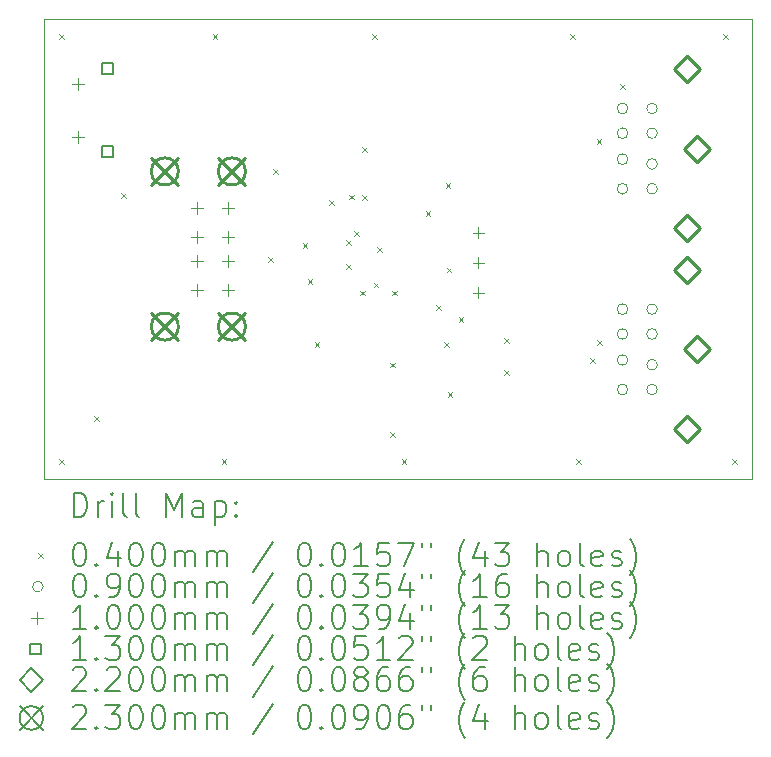
<source format=gbr>
%TF.GenerationSoftware,KiCad,Pcbnew,8.0.3*%
%TF.CreationDate,2024-07-07T02:34:09-07:00*%
%TF.ProjectId,ps2usb,70733275-7362-42e6-9b69-6361645f7063,rev?*%
%TF.SameCoordinates,Original*%
%TF.FileFunction,Drillmap*%
%TF.FilePolarity,Positive*%
%FSLAX45Y45*%
G04 Gerber Fmt 4.5, Leading zero omitted, Abs format (unit mm)*
G04 Created by KiCad (PCBNEW 8.0.3) date 2024-07-07 02:34:09*
%MOMM*%
%LPD*%
G01*
G04 APERTURE LIST*
%ADD10C,0.100000*%
%ADD11C,0.200000*%
%ADD12C,0.130000*%
%ADD13C,0.220000*%
%ADD14C,0.230000*%
G04 APERTURE END LIST*
D10*
X10000000Y-8100000D02*
X10550000Y-8100000D01*
X16000000Y-12000000D02*
X16000000Y-8100000D01*
X16000000Y-12000000D02*
X10000000Y-12000000D01*
X10000000Y-12000000D02*
X10000000Y-9425000D01*
X10550000Y-8100000D02*
X16000000Y-8100000D01*
X10000000Y-8575000D02*
X10000000Y-8100000D01*
X10000000Y-9425000D02*
X10000000Y-8575000D01*
D11*
D10*
X10130000Y-8230000D02*
X10170000Y-8270000D01*
X10170000Y-8230000D02*
X10130000Y-8270000D01*
X10130000Y-11829999D02*
X10170000Y-11869999D01*
X10170000Y-11829999D02*
X10130000Y-11869999D01*
X10427500Y-11465000D02*
X10467500Y-11505000D01*
X10467500Y-11465000D02*
X10427500Y-11505000D01*
X10655000Y-9580000D02*
X10695000Y-9620000D01*
X10695000Y-9580000D02*
X10655000Y-9620000D01*
X11430000Y-8230000D02*
X11470000Y-8270000D01*
X11470000Y-8230000D02*
X11430000Y-8270000D01*
X11505000Y-11830000D02*
X11545000Y-11870000D01*
X11545000Y-11830000D02*
X11505000Y-11870000D01*
X11902500Y-10120000D02*
X11942500Y-10160000D01*
X11942500Y-10120000D02*
X11902500Y-10160000D01*
X11942500Y-9372500D02*
X11982500Y-9412500D01*
X11982500Y-9372500D02*
X11942500Y-9412500D01*
X12192500Y-10002500D02*
X12232500Y-10042500D01*
X12232500Y-10002500D02*
X12192500Y-10042500D01*
X12235000Y-10302500D02*
X12275000Y-10342500D01*
X12275000Y-10302500D02*
X12235000Y-10342500D01*
X12293000Y-10837500D02*
X12333000Y-10877500D01*
X12333000Y-10837500D02*
X12293000Y-10877500D01*
X12417500Y-9637500D02*
X12457500Y-9677500D01*
X12457500Y-9637500D02*
X12417500Y-9677500D01*
X12560000Y-9972500D02*
X12600000Y-10012500D01*
X12600000Y-9972500D02*
X12560000Y-10012500D01*
X12560000Y-10180000D02*
X12600000Y-10220000D01*
X12600000Y-10180000D02*
X12560000Y-10220000D01*
X12582500Y-9590000D02*
X12622500Y-9630000D01*
X12622500Y-9590000D02*
X12582500Y-9630000D01*
X12627740Y-9900480D02*
X12667740Y-9940480D01*
X12667740Y-9900480D02*
X12627740Y-9940480D01*
X12677500Y-10402500D02*
X12717500Y-10442500D01*
X12717500Y-10402500D02*
X12677500Y-10442500D01*
X12695000Y-9189520D02*
X12735000Y-9229520D01*
X12735000Y-9189520D02*
X12695000Y-9229520D01*
X12697500Y-9592500D02*
X12737500Y-9632500D01*
X12737500Y-9592500D02*
X12697500Y-9632500D01*
X12780000Y-8230000D02*
X12820000Y-8270000D01*
X12820000Y-8230000D02*
X12780000Y-8270000D01*
X12792500Y-10335000D02*
X12832500Y-10375000D01*
X12832500Y-10335000D02*
X12792500Y-10375000D01*
X12825000Y-10037500D02*
X12865000Y-10077500D01*
X12865000Y-10037500D02*
X12825000Y-10077500D01*
X12935000Y-11012500D02*
X12975000Y-11052500D01*
X12975000Y-11012500D02*
X12935000Y-11052500D01*
X12935000Y-11600000D02*
X12975000Y-11640000D01*
X12975000Y-11600000D02*
X12935000Y-11640000D01*
X12952500Y-10402500D02*
X12992500Y-10442500D01*
X12992500Y-10402500D02*
X12952500Y-10442500D01*
X13030000Y-11829999D02*
X13070000Y-11869999D01*
X13070000Y-11829999D02*
X13030000Y-11869999D01*
X13232500Y-9732500D02*
X13272500Y-9772500D01*
X13272500Y-9732500D02*
X13232500Y-9772500D01*
X13320000Y-10525000D02*
X13360000Y-10565000D01*
X13360000Y-10525000D02*
X13320000Y-10565000D01*
X13392500Y-10837500D02*
X13432500Y-10877500D01*
X13432500Y-10837500D02*
X13392500Y-10877500D01*
X13402500Y-9494520D02*
X13442500Y-9534520D01*
X13442500Y-9494520D02*
X13402500Y-9534520D01*
X13410000Y-10207500D02*
X13450000Y-10247500D01*
X13450000Y-10207500D02*
X13410000Y-10247500D01*
X13420000Y-11260000D02*
X13460000Y-11300000D01*
X13460000Y-11260000D02*
X13420000Y-11300000D01*
X13512500Y-10625000D02*
X13552500Y-10665000D01*
X13552500Y-10625000D02*
X13512500Y-10665000D01*
X13895000Y-10807500D02*
X13935000Y-10847500D01*
X13935000Y-10807500D02*
X13895000Y-10847500D01*
X13895000Y-11075000D02*
X13935000Y-11115000D01*
X13935000Y-11075000D02*
X13895000Y-11115000D01*
X14455000Y-8230000D02*
X14495000Y-8270000D01*
X14495000Y-8230000D02*
X14455000Y-8270000D01*
X14505000Y-11830000D02*
X14545000Y-11870000D01*
X14545000Y-11830000D02*
X14505000Y-11870000D01*
X14625000Y-10972500D02*
X14665000Y-11012500D01*
X14665000Y-10972500D02*
X14625000Y-11012500D01*
X14680000Y-9122500D02*
X14720000Y-9162500D01*
X14720000Y-9122500D02*
X14680000Y-9162500D01*
X14682500Y-10820000D02*
X14722500Y-10860000D01*
X14722500Y-10820000D02*
X14682500Y-10860000D01*
X14880000Y-8652500D02*
X14920000Y-8692500D01*
X14920000Y-8652500D02*
X14880000Y-8692500D01*
X15755000Y-8229999D02*
X15795000Y-8269999D01*
X15795000Y-8229999D02*
X15755000Y-8269999D01*
X15830000Y-11829999D02*
X15870000Y-11869999D01*
X15870000Y-11829999D02*
X15830000Y-11869999D01*
X14945000Y-8860000D02*
G75*
G02*
X14855000Y-8860000I-45000J0D01*
G01*
X14855000Y-8860000D02*
G75*
G02*
X14945000Y-8860000I45000J0D01*
G01*
X14945000Y-9070000D02*
G75*
G02*
X14855000Y-9070000I-45000J0D01*
G01*
X14855000Y-9070000D02*
G75*
G02*
X14945000Y-9070000I45000J0D01*
G01*
X14945000Y-9290000D02*
G75*
G02*
X14855000Y-9290000I-45000J0D01*
G01*
X14855000Y-9290000D02*
G75*
G02*
X14945000Y-9290000I45000J0D01*
G01*
X14945000Y-9540000D02*
G75*
G02*
X14855000Y-9540000I-45000J0D01*
G01*
X14855000Y-9540000D02*
G75*
G02*
X14945000Y-9540000I45000J0D01*
G01*
X14945000Y-10560000D02*
G75*
G02*
X14855000Y-10560000I-45000J0D01*
G01*
X14855000Y-10560000D02*
G75*
G02*
X14945000Y-10560000I45000J0D01*
G01*
X14945000Y-10770000D02*
G75*
G02*
X14855000Y-10770000I-45000J0D01*
G01*
X14855000Y-10770000D02*
G75*
G02*
X14945000Y-10770000I45000J0D01*
G01*
X14945000Y-10990000D02*
G75*
G02*
X14855000Y-10990000I-45000J0D01*
G01*
X14855000Y-10990000D02*
G75*
G02*
X14945000Y-10990000I45000J0D01*
G01*
X14945000Y-11240000D02*
G75*
G02*
X14855000Y-11240000I-45000J0D01*
G01*
X14855000Y-11240000D02*
G75*
G02*
X14945000Y-11240000I45000J0D01*
G01*
X15195000Y-8860000D02*
G75*
G02*
X15105000Y-8860000I-45000J0D01*
G01*
X15105000Y-8860000D02*
G75*
G02*
X15195000Y-8860000I45000J0D01*
G01*
X15195000Y-9070000D02*
G75*
G02*
X15105000Y-9070000I-45000J0D01*
G01*
X15105000Y-9070000D02*
G75*
G02*
X15195000Y-9070000I45000J0D01*
G01*
X15195000Y-9330000D02*
G75*
G02*
X15105000Y-9330000I-45000J0D01*
G01*
X15105000Y-9330000D02*
G75*
G02*
X15195000Y-9330000I45000J0D01*
G01*
X15195000Y-9540000D02*
G75*
G02*
X15105000Y-9540000I-45000J0D01*
G01*
X15105000Y-9540000D02*
G75*
G02*
X15195000Y-9540000I45000J0D01*
G01*
X15195000Y-10560000D02*
G75*
G02*
X15105000Y-10560000I-45000J0D01*
G01*
X15105000Y-10560000D02*
G75*
G02*
X15195000Y-10560000I45000J0D01*
G01*
X15195000Y-10770000D02*
G75*
G02*
X15105000Y-10770000I-45000J0D01*
G01*
X15105000Y-10770000D02*
G75*
G02*
X15195000Y-10770000I45000J0D01*
G01*
X15195000Y-11030000D02*
G75*
G02*
X15105000Y-11030000I-45000J0D01*
G01*
X15105000Y-11030000D02*
G75*
G02*
X15195000Y-11030000I45000J0D01*
G01*
X15195000Y-11240000D02*
G75*
G02*
X15105000Y-11240000I-45000J0D01*
G01*
X15105000Y-11240000D02*
G75*
G02*
X15195000Y-11240000I45000J0D01*
G01*
X10293000Y-8600000D02*
X10293000Y-8700000D01*
X10243000Y-8650000D02*
X10343000Y-8650000D01*
X10293000Y-9050000D02*
X10293000Y-9150000D01*
X10243000Y-9100000D02*
X10343000Y-9100000D01*
X11296000Y-9650000D02*
X11296000Y-9750000D01*
X11246000Y-9700000D02*
X11346000Y-9700000D01*
X11296000Y-9900000D02*
X11296000Y-10000000D01*
X11246000Y-9950000D02*
X11346000Y-9950000D01*
X11296000Y-10100000D02*
X11296000Y-10200000D01*
X11246000Y-10150000D02*
X11346000Y-10150000D01*
X11296000Y-10350000D02*
X11296000Y-10450000D01*
X11246000Y-10400000D02*
X11346000Y-10400000D01*
X11558000Y-9650000D02*
X11558000Y-9750000D01*
X11508000Y-9700000D02*
X11608000Y-9700000D01*
X11558000Y-9900000D02*
X11558000Y-10000000D01*
X11508000Y-9950000D02*
X11608000Y-9950000D01*
X11558000Y-10100000D02*
X11558000Y-10200000D01*
X11508000Y-10150000D02*
X11608000Y-10150000D01*
X11558000Y-10350000D02*
X11558000Y-10450000D01*
X11508000Y-10400000D02*
X11608000Y-10400000D01*
X13680000Y-9861000D02*
X13680000Y-9961000D01*
X13630000Y-9911000D02*
X13730000Y-9911000D01*
X13680000Y-10115000D02*
X13680000Y-10215000D01*
X13630000Y-10165000D02*
X13730000Y-10165000D01*
X13680000Y-10369000D02*
X13680000Y-10469000D01*
X13630000Y-10419000D02*
X13730000Y-10419000D01*
D12*
X10588962Y-8570962D02*
X10588962Y-8479038D01*
X10497038Y-8479038D01*
X10497038Y-8570962D01*
X10588962Y-8570962D01*
X10588962Y-9270962D02*
X10588962Y-9179038D01*
X10497038Y-9179038D01*
X10497038Y-9270962D01*
X10588962Y-9270962D01*
D13*
X15450000Y-8635000D02*
X15560000Y-8525000D01*
X15450000Y-8415000D01*
X15340000Y-8525000D01*
X15450000Y-8635000D01*
X15450000Y-9985000D02*
X15560000Y-9875000D01*
X15450000Y-9765000D01*
X15340000Y-9875000D01*
X15450000Y-9985000D01*
X15450000Y-10335000D02*
X15560000Y-10225000D01*
X15450000Y-10115000D01*
X15340000Y-10225000D01*
X15450000Y-10335000D01*
X15450000Y-11685000D02*
X15560000Y-11575000D01*
X15450000Y-11465000D01*
X15340000Y-11575000D01*
X15450000Y-11685000D01*
X15530000Y-9310000D02*
X15640000Y-9200000D01*
X15530000Y-9090000D01*
X15420000Y-9200000D01*
X15530000Y-9310000D01*
X15530000Y-11010000D02*
X15640000Y-10900000D01*
X15530000Y-10790000D01*
X15420000Y-10900000D01*
X15530000Y-11010000D01*
D14*
X10910000Y-9278000D02*
X11140000Y-9508000D01*
X11140000Y-9278000D02*
X10910000Y-9508000D01*
X11140000Y-9393000D02*
G75*
G02*
X10910000Y-9393000I-115000J0D01*
G01*
X10910000Y-9393000D02*
G75*
G02*
X11140000Y-9393000I115000J0D01*
G01*
X10910000Y-10592000D02*
X11140000Y-10822000D01*
X11140000Y-10592000D02*
X10910000Y-10822000D01*
X11140000Y-10707000D02*
G75*
G02*
X10910000Y-10707000I-115000J0D01*
G01*
X10910000Y-10707000D02*
G75*
G02*
X11140000Y-10707000I115000J0D01*
G01*
X11478000Y-9278000D02*
X11708000Y-9508000D01*
X11708000Y-9278000D02*
X11478000Y-9508000D01*
X11708000Y-9393000D02*
G75*
G02*
X11478000Y-9393000I-115000J0D01*
G01*
X11478000Y-9393000D02*
G75*
G02*
X11708000Y-9393000I115000J0D01*
G01*
X11478000Y-10592000D02*
X11708000Y-10822000D01*
X11708000Y-10592000D02*
X11478000Y-10822000D01*
X11708000Y-10707000D02*
G75*
G02*
X11478000Y-10707000I-115000J0D01*
G01*
X11478000Y-10707000D02*
G75*
G02*
X11708000Y-10707000I115000J0D01*
G01*
D11*
X10255777Y-12316484D02*
X10255777Y-12116484D01*
X10255777Y-12116484D02*
X10303396Y-12116484D01*
X10303396Y-12116484D02*
X10331967Y-12126008D01*
X10331967Y-12126008D02*
X10351015Y-12145055D01*
X10351015Y-12145055D02*
X10360539Y-12164103D01*
X10360539Y-12164103D02*
X10370062Y-12202198D01*
X10370062Y-12202198D02*
X10370062Y-12230769D01*
X10370062Y-12230769D02*
X10360539Y-12268865D01*
X10360539Y-12268865D02*
X10351015Y-12287912D01*
X10351015Y-12287912D02*
X10331967Y-12306960D01*
X10331967Y-12306960D02*
X10303396Y-12316484D01*
X10303396Y-12316484D02*
X10255777Y-12316484D01*
X10455777Y-12316484D02*
X10455777Y-12183150D01*
X10455777Y-12221246D02*
X10465300Y-12202198D01*
X10465300Y-12202198D02*
X10474824Y-12192674D01*
X10474824Y-12192674D02*
X10493872Y-12183150D01*
X10493872Y-12183150D02*
X10512920Y-12183150D01*
X10579586Y-12316484D02*
X10579586Y-12183150D01*
X10579586Y-12116484D02*
X10570062Y-12126008D01*
X10570062Y-12126008D02*
X10579586Y-12135531D01*
X10579586Y-12135531D02*
X10589110Y-12126008D01*
X10589110Y-12126008D02*
X10579586Y-12116484D01*
X10579586Y-12116484D02*
X10579586Y-12135531D01*
X10703396Y-12316484D02*
X10684348Y-12306960D01*
X10684348Y-12306960D02*
X10674824Y-12287912D01*
X10674824Y-12287912D02*
X10674824Y-12116484D01*
X10808158Y-12316484D02*
X10789110Y-12306960D01*
X10789110Y-12306960D02*
X10779586Y-12287912D01*
X10779586Y-12287912D02*
X10779586Y-12116484D01*
X11036729Y-12316484D02*
X11036729Y-12116484D01*
X11036729Y-12116484D02*
X11103396Y-12259341D01*
X11103396Y-12259341D02*
X11170062Y-12116484D01*
X11170062Y-12116484D02*
X11170062Y-12316484D01*
X11351015Y-12316484D02*
X11351015Y-12211722D01*
X11351015Y-12211722D02*
X11341491Y-12192674D01*
X11341491Y-12192674D02*
X11322443Y-12183150D01*
X11322443Y-12183150D02*
X11284348Y-12183150D01*
X11284348Y-12183150D02*
X11265300Y-12192674D01*
X11351015Y-12306960D02*
X11331967Y-12316484D01*
X11331967Y-12316484D02*
X11284348Y-12316484D01*
X11284348Y-12316484D02*
X11265300Y-12306960D01*
X11265300Y-12306960D02*
X11255777Y-12287912D01*
X11255777Y-12287912D02*
X11255777Y-12268865D01*
X11255777Y-12268865D02*
X11265300Y-12249817D01*
X11265300Y-12249817D02*
X11284348Y-12240293D01*
X11284348Y-12240293D02*
X11331967Y-12240293D01*
X11331967Y-12240293D02*
X11351015Y-12230769D01*
X11446253Y-12183150D02*
X11446253Y-12383150D01*
X11446253Y-12192674D02*
X11465300Y-12183150D01*
X11465300Y-12183150D02*
X11503396Y-12183150D01*
X11503396Y-12183150D02*
X11522443Y-12192674D01*
X11522443Y-12192674D02*
X11531967Y-12202198D01*
X11531967Y-12202198D02*
X11541491Y-12221246D01*
X11541491Y-12221246D02*
X11541491Y-12278388D01*
X11541491Y-12278388D02*
X11531967Y-12297436D01*
X11531967Y-12297436D02*
X11522443Y-12306960D01*
X11522443Y-12306960D02*
X11503396Y-12316484D01*
X11503396Y-12316484D02*
X11465300Y-12316484D01*
X11465300Y-12316484D02*
X11446253Y-12306960D01*
X11627205Y-12297436D02*
X11636729Y-12306960D01*
X11636729Y-12306960D02*
X11627205Y-12316484D01*
X11627205Y-12316484D02*
X11617681Y-12306960D01*
X11617681Y-12306960D02*
X11627205Y-12297436D01*
X11627205Y-12297436D02*
X11627205Y-12316484D01*
X11627205Y-12192674D02*
X11636729Y-12202198D01*
X11636729Y-12202198D02*
X11627205Y-12211722D01*
X11627205Y-12211722D02*
X11617681Y-12202198D01*
X11617681Y-12202198D02*
X11627205Y-12192674D01*
X11627205Y-12192674D02*
X11627205Y-12211722D01*
D10*
X9955000Y-12625000D02*
X9995000Y-12665000D01*
X9995000Y-12625000D02*
X9955000Y-12665000D01*
D11*
X10293872Y-12536484D02*
X10312920Y-12536484D01*
X10312920Y-12536484D02*
X10331967Y-12546008D01*
X10331967Y-12546008D02*
X10341491Y-12555531D01*
X10341491Y-12555531D02*
X10351015Y-12574579D01*
X10351015Y-12574579D02*
X10360539Y-12612674D01*
X10360539Y-12612674D02*
X10360539Y-12660293D01*
X10360539Y-12660293D02*
X10351015Y-12698388D01*
X10351015Y-12698388D02*
X10341491Y-12717436D01*
X10341491Y-12717436D02*
X10331967Y-12726960D01*
X10331967Y-12726960D02*
X10312920Y-12736484D01*
X10312920Y-12736484D02*
X10293872Y-12736484D01*
X10293872Y-12736484D02*
X10274824Y-12726960D01*
X10274824Y-12726960D02*
X10265300Y-12717436D01*
X10265300Y-12717436D02*
X10255777Y-12698388D01*
X10255777Y-12698388D02*
X10246253Y-12660293D01*
X10246253Y-12660293D02*
X10246253Y-12612674D01*
X10246253Y-12612674D02*
X10255777Y-12574579D01*
X10255777Y-12574579D02*
X10265300Y-12555531D01*
X10265300Y-12555531D02*
X10274824Y-12546008D01*
X10274824Y-12546008D02*
X10293872Y-12536484D01*
X10446253Y-12717436D02*
X10455777Y-12726960D01*
X10455777Y-12726960D02*
X10446253Y-12736484D01*
X10446253Y-12736484D02*
X10436729Y-12726960D01*
X10436729Y-12726960D02*
X10446253Y-12717436D01*
X10446253Y-12717436D02*
X10446253Y-12736484D01*
X10627205Y-12603150D02*
X10627205Y-12736484D01*
X10579586Y-12526960D02*
X10531967Y-12669817D01*
X10531967Y-12669817D02*
X10655777Y-12669817D01*
X10770062Y-12536484D02*
X10789110Y-12536484D01*
X10789110Y-12536484D02*
X10808158Y-12546008D01*
X10808158Y-12546008D02*
X10817681Y-12555531D01*
X10817681Y-12555531D02*
X10827205Y-12574579D01*
X10827205Y-12574579D02*
X10836729Y-12612674D01*
X10836729Y-12612674D02*
X10836729Y-12660293D01*
X10836729Y-12660293D02*
X10827205Y-12698388D01*
X10827205Y-12698388D02*
X10817681Y-12717436D01*
X10817681Y-12717436D02*
X10808158Y-12726960D01*
X10808158Y-12726960D02*
X10789110Y-12736484D01*
X10789110Y-12736484D02*
X10770062Y-12736484D01*
X10770062Y-12736484D02*
X10751015Y-12726960D01*
X10751015Y-12726960D02*
X10741491Y-12717436D01*
X10741491Y-12717436D02*
X10731967Y-12698388D01*
X10731967Y-12698388D02*
X10722443Y-12660293D01*
X10722443Y-12660293D02*
X10722443Y-12612674D01*
X10722443Y-12612674D02*
X10731967Y-12574579D01*
X10731967Y-12574579D02*
X10741491Y-12555531D01*
X10741491Y-12555531D02*
X10751015Y-12546008D01*
X10751015Y-12546008D02*
X10770062Y-12536484D01*
X10960539Y-12536484D02*
X10979586Y-12536484D01*
X10979586Y-12536484D02*
X10998634Y-12546008D01*
X10998634Y-12546008D02*
X11008158Y-12555531D01*
X11008158Y-12555531D02*
X11017681Y-12574579D01*
X11017681Y-12574579D02*
X11027205Y-12612674D01*
X11027205Y-12612674D02*
X11027205Y-12660293D01*
X11027205Y-12660293D02*
X11017681Y-12698388D01*
X11017681Y-12698388D02*
X11008158Y-12717436D01*
X11008158Y-12717436D02*
X10998634Y-12726960D01*
X10998634Y-12726960D02*
X10979586Y-12736484D01*
X10979586Y-12736484D02*
X10960539Y-12736484D01*
X10960539Y-12736484D02*
X10941491Y-12726960D01*
X10941491Y-12726960D02*
X10931967Y-12717436D01*
X10931967Y-12717436D02*
X10922443Y-12698388D01*
X10922443Y-12698388D02*
X10912920Y-12660293D01*
X10912920Y-12660293D02*
X10912920Y-12612674D01*
X10912920Y-12612674D02*
X10922443Y-12574579D01*
X10922443Y-12574579D02*
X10931967Y-12555531D01*
X10931967Y-12555531D02*
X10941491Y-12546008D01*
X10941491Y-12546008D02*
X10960539Y-12536484D01*
X11112920Y-12736484D02*
X11112920Y-12603150D01*
X11112920Y-12622198D02*
X11122443Y-12612674D01*
X11122443Y-12612674D02*
X11141491Y-12603150D01*
X11141491Y-12603150D02*
X11170062Y-12603150D01*
X11170062Y-12603150D02*
X11189110Y-12612674D01*
X11189110Y-12612674D02*
X11198634Y-12631722D01*
X11198634Y-12631722D02*
X11198634Y-12736484D01*
X11198634Y-12631722D02*
X11208158Y-12612674D01*
X11208158Y-12612674D02*
X11227205Y-12603150D01*
X11227205Y-12603150D02*
X11255777Y-12603150D01*
X11255777Y-12603150D02*
X11274824Y-12612674D01*
X11274824Y-12612674D02*
X11284348Y-12631722D01*
X11284348Y-12631722D02*
X11284348Y-12736484D01*
X11379586Y-12736484D02*
X11379586Y-12603150D01*
X11379586Y-12622198D02*
X11389110Y-12612674D01*
X11389110Y-12612674D02*
X11408158Y-12603150D01*
X11408158Y-12603150D02*
X11436729Y-12603150D01*
X11436729Y-12603150D02*
X11455777Y-12612674D01*
X11455777Y-12612674D02*
X11465300Y-12631722D01*
X11465300Y-12631722D02*
X11465300Y-12736484D01*
X11465300Y-12631722D02*
X11474824Y-12612674D01*
X11474824Y-12612674D02*
X11493872Y-12603150D01*
X11493872Y-12603150D02*
X11522443Y-12603150D01*
X11522443Y-12603150D02*
X11541491Y-12612674D01*
X11541491Y-12612674D02*
X11551015Y-12631722D01*
X11551015Y-12631722D02*
X11551015Y-12736484D01*
X11941491Y-12526960D02*
X11770062Y-12784103D01*
X12198634Y-12536484D02*
X12217682Y-12536484D01*
X12217682Y-12536484D02*
X12236729Y-12546008D01*
X12236729Y-12546008D02*
X12246253Y-12555531D01*
X12246253Y-12555531D02*
X12255777Y-12574579D01*
X12255777Y-12574579D02*
X12265301Y-12612674D01*
X12265301Y-12612674D02*
X12265301Y-12660293D01*
X12265301Y-12660293D02*
X12255777Y-12698388D01*
X12255777Y-12698388D02*
X12246253Y-12717436D01*
X12246253Y-12717436D02*
X12236729Y-12726960D01*
X12236729Y-12726960D02*
X12217682Y-12736484D01*
X12217682Y-12736484D02*
X12198634Y-12736484D01*
X12198634Y-12736484D02*
X12179586Y-12726960D01*
X12179586Y-12726960D02*
X12170062Y-12717436D01*
X12170062Y-12717436D02*
X12160539Y-12698388D01*
X12160539Y-12698388D02*
X12151015Y-12660293D01*
X12151015Y-12660293D02*
X12151015Y-12612674D01*
X12151015Y-12612674D02*
X12160539Y-12574579D01*
X12160539Y-12574579D02*
X12170062Y-12555531D01*
X12170062Y-12555531D02*
X12179586Y-12546008D01*
X12179586Y-12546008D02*
X12198634Y-12536484D01*
X12351015Y-12717436D02*
X12360539Y-12726960D01*
X12360539Y-12726960D02*
X12351015Y-12736484D01*
X12351015Y-12736484D02*
X12341491Y-12726960D01*
X12341491Y-12726960D02*
X12351015Y-12717436D01*
X12351015Y-12717436D02*
X12351015Y-12736484D01*
X12484348Y-12536484D02*
X12503396Y-12536484D01*
X12503396Y-12536484D02*
X12522443Y-12546008D01*
X12522443Y-12546008D02*
X12531967Y-12555531D01*
X12531967Y-12555531D02*
X12541491Y-12574579D01*
X12541491Y-12574579D02*
X12551015Y-12612674D01*
X12551015Y-12612674D02*
X12551015Y-12660293D01*
X12551015Y-12660293D02*
X12541491Y-12698388D01*
X12541491Y-12698388D02*
X12531967Y-12717436D01*
X12531967Y-12717436D02*
X12522443Y-12726960D01*
X12522443Y-12726960D02*
X12503396Y-12736484D01*
X12503396Y-12736484D02*
X12484348Y-12736484D01*
X12484348Y-12736484D02*
X12465301Y-12726960D01*
X12465301Y-12726960D02*
X12455777Y-12717436D01*
X12455777Y-12717436D02*
X12446253Y-12698388D01*
X12446253Y-12698388D02*
X12436729Y-12660293D01*
X12436729Y-12660293D02*
X12436729Y-12612674D01*
X12436729Y-12612674D02*
X12446253Y-12574579D01*
X12446253Y-12574579D02*
X12455777Y-12555531D01*
X12455777Y-12555531D02*
X12465301Y-12546008D01*
X12465301Y-12546008D02*
X12484348Y-12536484D01*
X12741491Y-12736484D02*
X12627205Y-12736484D01*
X12684348Y-12736484D02*
X12684348Y-12536484D01*
X12684348Y-12536484D02*
X12665301Y-12565055D01*
X12665301Y-12565055D02*
X12646253Y-12584103D01*
X12646253Y-12584103D02*
X12627205Y-12593627D01*
X12922443Y-12536484D02*
X12827205Y-12536484D01*
X12827205Y-12536484D02*
X12817682Y-12631722D01*
X12817682Y-12631722D02*
X12827205Y-12622198D01*
X12827205Y-12622198D02*
X12846253Y-12612674D01*
X12846253Y-12612674D02*
X12893872Y-12612674D01*
X12893872Y-12612674D02*
X12912920Y-12622198D01*
X12912920Y-12622198D02*
X12922443Y-12631722D01*
X12922443Y-12631722D02*
X12931967Y-12650769D01*
X12931967Y-12650769D02*
X12931967Y-12698388D01*
X12931967Y-12698388D02*
X12922443Y-12717436D01*
X12922443Y-12717436D02*
X12912920Y-12726960D01*
X12912920Y-12726960D02*
X12893872Y-12736484D01*
X12893872Y-12736484D02*
X12846253Y-12736484D01*
X12846253Y-12736484D02*
X12827205Y-12726960D01*
X12827205Y-12726960D02*
X12817682Y-12717436D01*
X12998634Y-12536484D02*
X13131967Y-12536484D01*
X13131967Y-12536484D02*
X13046253Y-12736484D01*
X13198634Y-12536484D02*
X13198634Y-12574579D01*
X13274824Y-12536484D02*
X13274824Y-12574579D01*
X13570063Y-12812674D02*
X13560539Y-12803150D01*
X13560539Y-12803150D02*
X13541491Y-12774579D01*
X13541491Y-12774579D02*
X13531967Y-12755531D01*
X13531967Y-12755531D02*
X13522444Y-12726960D01*
X13522444Y-12726960D02*
X13512920Y-12679341D01*
X13512920Y-12679341D02*
X13512920Y-12641246D01*
X13512920Y-12641246D02*
X13522444Y-12593627D01*
X13522444Y-12593627D02*
X13531967Y-12565055D01*
X13531967Y-12565055D02*
X13541491Y-12546008D01*
X13541491Y-12546008D02*
X13560539Y-12517436D01*
X13560539Y-12517436D02*
X13570063Y-12507912D01*
X13731967Y-12603150D02*
X13731967Y-12736484D01*
X13684348Y-12526960D02*
X13636729Y-12669817D01*
X13636729Y-12669817D02*
X13760539Y-12669817D01*
X13817682Y-12536484D02*
X13941491Y-12536484D01*
X13941491Y-12536484D02*
X13874824Y-12612674D01*
X13874824Y-12612674D02*
X13903396Y-12612674D01*
X13903396Y-12612674D02*
X13922444Y-12622198D01*
X13922444Y-12622198D02*
X13931967Y-12631722D01*
X13931967Y-12631722D02*
X13941491Y-12650769D01*
X13941491Y-12650769D02*
X13941491Y-12698388D01*
X13941491Y-12698388D02*
X13931967Y-12717436D01*
X13931967Y-12717436D02*
X13922444Y-12726960D01*
X13922444Y-12726960D02*
X13903396Y-12736484D01*
X13903396Y-12736484D02*
X13846253Y-12736484D01*
X13846253Y-12736484D02*
X13827205Y-12726960D01*
X13827205Y-12726960D02*
X13817682Y-12717436D01*
X14179586Y-12736484D02*
X14179586Y-12536484D01*
X14265301Y-12736484D02*
X14265301Y-12631722D01*
X14265301Y-12631722D02*
X14255777Y-12612674D01*
X14255777Y-12612674D02*
X14236729Y-12603150D01*
X14236729Y-12603150D02*
X14208158Y-12603150D01*
X14208158Y-12603150D02*
X14189110Y-12612674D01*
X14189110Y-12612674D02*
X14179586Y-12622198D01*
X14389110Y-12736484D02*
X14370063Y-12726960D01*
X14370063Y-12726960D02*
X14360539Y-12717436D01*
X14360539Y-12717436D02*
X14351015Y-12698388D01*
X14351015Y-12698388D02*
X14351015Y-12641246D01*
X14351015Y-12641246D02*
X14360539Y-12622198D01*
X14360539Y-12622198D02*
X14370063Y-12612674D01*
X14370063Y-12612674D02*
X14389110Y-12603150D01*
X14389110Y-12603150D02*
X14417682Y-12603150D01*
X14417682Y-12603150D02*
X14436729Y-12612674D01*
X14436729Y-12612674D02*
X14446253Y-12622198D01*
X14446253Y-12622198D02*
X14455777Y-12641246D01*
X14455777Y-12641246D02*
X14455777Y-12698388D01*
X14455777Y-12698388D02*
X14446253Y-12717436D01*
X14446253Y-12717436D02*
X14436729Y-12726960D01*
X14436729Y-12726960D02*
X14417682Y-12736484D01*
X14417682Y-12736484D02*
X14389110Y-12736484D01*
X14570063Y-12736484D02*
X14551015Y-12726960D01*
X14551015Y-12726960D02*
X14541491Y-12707912D01*
X14541491Y-12707912D02*
X14541491Y-12536484D01*
X14722444Y-12726960D02*
X14703396Y-12736484D01*
X14703396Y-12736484D02*
X14665301Y-12736484D01*
X14665301Y-12736484D02*
X14646253Y-12726960D01*
X14646253Y-12726960D02*
X14636729Y-12707912D01*
X14636729Y-12707912D02*
X14636729Y-12631722D01*
X14636729Y-12631722D02*
X14646253Y-12612674D01*
X14646253Y-12612674D02*
X14665301Y-12603150D01*
X14665301Y-12603150D02*
X14703396Y-12603150D01*
X14703396Y-12603150D02*
X14722444Y-12612674D01*
X14722444Y-12612674D02*
X14731967Y-12631722D01*
X14731967Y-12631722D02*
X14731967Y-12650769D01*
X14731967Y-12650769D02*
X14636729Y-12669817D01*
X14808158Y-12726960D02*
X14827206Y-12736484D01*
X14827206Y-12736484D02*
X14865301Y-12736484D01*
X14865301Y-12736484D02*
X14884348Y-12726960D01*
X14884348Y-12726960D02*
X14893872Y-12707912D01*
X14893872Y-12707912D02*
X14893872Y-12698388D01*
X14893872Y-12698388D02*
X14884348Y-12679341D01*
X14884348Y-12679341D02*
X14865301Y-12669817D01*
X14865301Y-12669817D02*
X14836729Y-12669817D01*
X14836729Y-12669817D02*
X14817682Y-12660293D01*
X14817682Y-12660293D02*
X14808158Y-12641246D01*
X14808158Y-12641246D02*
X14808158Y-12631722D01*
X14808158Y-12631722D02*
X14817682Y-12612674D01*
X14817682Y-12612674D02*
X14836729Y-12603150D01*
X14836729Y-12603150D02*
X14865301Y-12603150D01*
X14865301Y-12603150D02*
X14884348Y-12612674D01*
X14960539Y-12812674D02*
X14970063Y-12803150D01*
X14970063Y-12803150D02*
X14989110Y-12774579D01*
X14989110Y-12774579D02*
X14998634Y-12755531D01*
X14998634Y-12755531D02*
X15008158Y-12726960D01*
X15008158Y-12726960D02*
X15017682Y-12679341D01*
X15017682Y-12679341D02*
X15017682Y-12641246D01*
X15017682Y-12641246D02*
X15008158Y-12593627D01*
X15008158Y-12593627D02*
X14998634Y-12565055D01*
X14998634Y-12565055D02*
X14989110Y-12546008D01*
X14989110Y-12546008D02*
X14970063Y-12517436D01*
X14970063Y-12517436D02*
X14960539Y-12507912D01*
D10*
X9995000Y-12909000D02*
G75*
G02*
X9905000Y-12909000I-45000J0D01*
G01*
X9905000Y-12909000D02*
G75*
G02*
X9995000Y-12909000I45000J0D01*
G01*
D11*
X10293872Y-12800484D02*
X10312920Y-12800484D01*
X10312920Y-12800484D02*
X10331967Y-12810008D01*
X10331967Y-12810008D02*
X10341491Y-12819531D01*
X10341491Y-12819531D02*
X10351015Y-12838579D01*
X10351015Y-12838579D02*
X10360539Y-12876674D01*
X10360539Y-12876674D02*
X10360539Y-12924293D01*
X10360539Y-12924293D02*
X10351015Y-12962388D01*
X10351015Y-12962388D02*
X10341491Y-12981436D01*
X10341491Y-12981436D02*
X10331967Y-12990960D01*
X10331967Y-12990960D02*
X10312920Y-13000484D01*
X10312920Y-13000484D02*
X10293872Y-13000484D01*
X10293872Y-13000484D02*
X10274824Y-12990960D01*
X10274824Y-12990960D02*
X10265300Y-12981436D01*
X10265300Y-12981436D02*
X10255777Y-12962388D01*
X10255777Y-12962388D02*
X10246253Y-12924293D01*
X10246253Y-12924293D02*
X10246253Y-12876674D01*
X10246253Y-12876674D02*
X10255777Y-12838579D01*
X10255777Y-12838579D02*
X10265300Y-12819531D01*
X10265300Y-12819531D02*
X10274824Y-12810008D01*
X10274824Y-12810008D02*
X10293872Y-12800484D01*
X10446253Y-12981436D02*
X10455777Y-12990960D01*
X10455777Y-12990960D02*
X10446253Y-13000484D01*
X10446253Y-13000484D02*
X10436729Y-12990960D01*
X10436729Y-12990960D02*
X10446253Y-12981436D01*
X10446253Y-12981436D02*
X10446253Y-13000484D01*
X10551015Y-13000484D02*
X10589110Y-13000484D01*
X10589110Y-13000484D02*
X10608158Y-12990960D01*
X10608158Y-12990960D02*
X10617681Y-12981436D01*
X10617681Y-12981436D02*
X10636729Y-12952865D01*
X10636729Y-12952865D02*
X10646253Y-12914769D01*
X10646253Y-12914769D02*
X10646253Y-12838579D01*
X10646253Y-12838579D02*
X10636729Y-12819531D01*
X10636729Y-12819531D02*
X10627205Y-12810008D01*
X10627205Y-12810008D02*
X10608158Y-12800484D01*
X10608158Y-12800484D02*
X10570062Y-12800484D01*
X10570062Y-12800484D02*
X10551015Y-12810008D01*
X10551015Y-12810008D02*
X10541491Y-12819531D01*
X10541491Y-12819531D02*
X10531967Y-12838579D01*
X10531967Y-12838579D02*
X10531967Y-12886198D01*
X10531967Y-12886198D02*
X10541491Y-12905246D01*
X10541491Y-12905246D02*
X10551015Y-12914769D01*
X10551015Y-12914769D02*
X10570062Y-12924293D01*
X10570062Y-12924293D02*
X10608158Y-12924293D01*
X10608158Y-12924293D02*
X10627205Y-12914769D01*
X10627205Y-12914769D02*
X10636729Y-12905246D01*
X10636729Y-12905246D02*
X10646253Y-12886198D01*
X10770062Y-12800484D02*
X10789110Y-12800484D01*
X10789110Y-12800484D02*
X10808158Y-12810008D01*
X10808158Y-12810008D02*
X10817681Y-12819531D01*
X10817681Y-12819531D02*
X10827205Y-12838579D01*
X10827205Y-12838579D02*
X10836729Y-12876674D01*
X10836729Y-12876674D02*
X10836729Y-12924293D01*
X10836729Y-12924293D02*
X10827205Y-12962388D01*
X10827205Y-12962388D02*
X10817681Y-12981436D01*
X10817681Y-12981436D02*
X10808158Y-12990960D01*
X10808158Y-12990960D02*
X10789110Y-13000484D01*
X10789110Y-13000484D02*
X10770062Y-13000484D01*
X10770062Y-13000484D02*
X10751015Y-12990960D01*
X10751015Y-12990960D02*
X10741491Y-12981436D01*
X10741491Y-12981436D02*
X10731967Y-12962388D01*
X10731967Y-12962388D02*
X10722443Y-12924293D01*
X10722443Y-12924293D02*
X10722443Y-12876674D01*
X10722443Y-12876674D02*
X10731967Y-12838579D01*
X10731967Y-12838579D02*
X10741491Y-12819531D01*
X10741491Y-12819531D02*
X10751015Y-12810008D01*
X10751015Y-12810008D02*
X10770062Y-12800484D01*
X10960539Y-12800484D02*
X10979586Y-12800484D01*
X10979586Y-12800484D02*
X10998634Y-12810008D01*
X10998634Y-12810008D02*
X11008158Y-12819531D01*
X11008158Y-12819531D02*
X11017681Y-12838579D01*
X11017681Y-12838579D02*
X11027205Y-12876674D01*
X11027205Y-12876674D02*
X11027205Y-12924293D01*
X11027205Y-12924293D02*
X11017681Y-12962388D01*
X11017681Y-12962388D02*
X11008158Y-12981436D01*
X11008158Y-12981436D02*
X10998634Y-12990960D01*
X10998634Y-12990960D02*
X10979586Y-13000484D01*
X10979586Y-13000484D02*
X10960539Y-13000484D01*
X10960539Y-13000484D02*
X10941491Y-12990960D01*
X10941491Y-12990960D02*
X10931967Y-12981436D01*
X10931967Y-12981436D02*
X10922443Y-12962388D01*
X10922443Y-12962388D02*
X10912920Y-12924293D01*
X10912920Y-12924293D02*
X10912920Y-12876674D01*
X10912920Y-12876674D02*
X10922443Y-12838579D01*
X10922443Y-12838579D02*
X10931967Y-12819531D01*
X10931967Y-12819531D02*
X10941491Y-12810008D01*
X10941491Y-12810008D02*
X10960539Y-12800484D01*
X11112920Y-13000484D02*
X11112920Y-12867150D01*
X11112920Y-12886198D02*
X11122443Y-12876674D01*
X11122443Y-12876674D02*
X11141491Y-12867150D01*
X11141491Y-12867150D02*
X11170062Y-12867150D01*
X11170062Y-12867150D02*
X11189110Y-12876674D01*
X11189110Y-12876674D02*
X11198634Y-12895722D01*
X11198634Y-12895722D02*
X11198634Y-13000484D01*
X11198634Y-12895722D02*
X11208158Y-12876674D01*
X11208158Y-12876674D02*
X11227205Y-12867150D01*
X11227205Y-12867150D02*
X11255777Y-12867150D01*
X11255777Y-12867150D02*
X11274824Y-12876674D01*
X11274824Y-12876674D02*
X11284348Y-12895722D01*
X11284348Y-12895722D02*
X11284348Y-13000484D01*
X11379586Y-13000484D02*
X11379586Y-12867150D01*
X11379586Y-12886198D02*
X11389110Y-12876674D01*
X11389110Y-12876674D02*
X11408158Y-12867150D01*
X11408158Y-12867150D02*
X11436729Y-12867150D01*
X11436729Y-12867150D02*
X11455777Y-12876674D01*
X11455777Y-12876674D02*
X11465300Y-12895722D01*
X11465300Y-12895722D02*
X11465300Y-13000484D01*
X11465300Y-12895722D02*
X11474824Y-12876674D01*
X11474824Y-12876674D02*
X11493872Y-12867150D01*
X11493872Y-12867150D02*
X11522443Y-12867150D01*
X11522443Y-12867150D02*
X11541491Y-12876674D01*
X11541491Y-12876674D02*
X11551015Y-12895722D01*
X11551015Y-12895722D02*
X11551015Y-13000484D01*
X11941491Y-12790960D02*
X11770062Y-13048103D01*
X12198634Y-12800484D02*
X12217682Y-12800484D01*
X12217682Y-12800484D02*
X12236729Y-12810008D01*
X12236729Y-12810008D02*
X12246253Y-12819531D01*
X12246253Y-12819531D02*
X12255777Y-12838579D01*
X12255777Y-12838579D02*
X12265301Y-12876674D01*
X12265301Y-12876674D02*
X12265301Y-12924293D01*
X12265301Y-12924293D02*
X12255777Y-12962388D01*
X12255777Y-12962388D02*
X12246253Y-12981436D01*
X12246253Y-12981436D02*
X12236729Y-12990960D01*
X12236729Y-12990960D02*
X12217682Y-13000484D01*
X12217682Y-13000484D02*
X12198634Y-13000484D01*
X12198634Y-13000484D02*
X12179586Y-12990960D01*
X12179586Y-12990960D02*
X12170062Y-12981436D01*
X12170062Y-12981436D02*
X12160539Y-12962388D01*
X12160539Y-12962388D02*
X12151015Y-12924293D01*
X12151015Y-12924293D02*
X12151015Y-12876674D01*
X12151015Y-12876674D02*
X12160539Y-12838579D01*
X12160539Y-12838579D02*
X12170062Y-12819531D01*
X12170062Y-12819531D02*
X12179586Y-12810008D01*
X12179586Y-12810008D02*
X12198634Y-12800484D01*
X12351015Y-12981436D02*
X12360539Y-12990960D01*
X12360539Y-12990960D02*
X12351015Y-13000484D01*
X12351015Y-13000484D02*
X12341491Y-12990960D01*
X12341491Y-12990960D02*
X12351015Y-12981436D01*
X12351015Y-12981436D02*
X12351015Y-13000484D01*
X12484348Y-12800484D02*
X12503396Y-12800484D01*
X12503396Y-12800484D02*
X12522443Y-12810008D01*
X12522443Y-12810008D02*
X12531967Y-12819531D01*
X12531967Y-12819531D02*
X12541491Y-12838579D01*
X12541491Y-12838579D02*
X12551015Y-12876674D01*
X12551015Y-12876674D02*
X12551015Y-12924293D01*
X12551015Y-12924293D02*
X12541491Y-12962388D01*
X12541491Y-12962388D02*
X12531967Y-12981436D01*
X12531967Y-12981436D02*
X12522443Y-12990960D01*
X12522443Y-12990960D02*
X12503396Y-13000484D01*
X12503396Y-13000484D02*
X12484348Y-13000484D01*
X12484348Y-13000484D02*
X12465301Y-12990960D01*
X12465301Y-12990960D02*
X12455777Y-12981436D01*
X12455777Y-12981436D02*
X12446253Y-12962388D01*
X12446253Y-12962388D02*
X12436729Y-12924293D01*
X12436729Y-12924293D02*
X12436729Y-12876674D01*
X12436729Y-12876674D02*
X12446253Y-12838579D01*
X12446253Y-12838579D02*
X12455777Y-12819531D01*
X12455777Y-12819531D02*
X12465301Y-12810008D01*
X12465301Y-12810008D02*
X12484348Y-12800484D01*
X12617682Y-12800484D02*
X12741491Y-12800484D01*
X12741491Y-12800484D02*
X12674824Y-12876674D01*
X12674824Y-12876674D02*
X12703396Y-12876674D01*
X12703396Y-12876674D02*
X12722443Y-12886198D01*
X12722443Y-12886198D02*
X12731967Y-12895722D01*
X12731967Y-12895722D02*
X12741491Y-12914769D01*
X12741491Y-12914769D02*
X12741491Y-12962388D01*
X12741491Y-12962388D02*
X12731967Y-12981436D01*
X12731967Y-12981436D02*
X12722443Y-12990960D01*
X12722443Y-12990960D02*
X12703396Y-13000484D01*
X12703396Y-13000484D02*
X12646253Y-13000484D01*
X12646253Y-13000484D02*
X12627205Y-12990960D01*
X12627205Y-12990960D02*
X12617682Y-12981436D01*
X12922443Y-12800484D02*
X12827205Y-12800484D01*
X12827205Y-12800484D02*
X12817682Y-12895722D01*
X12817682Y-12895722D02*
X12827205Y-12886198D01*
X12827205Y-12886198D02*
X12846253Y-12876674D01*
X12846253Y-12876674D02*
X12893872Y-12876674D01*
X12893872Y-12876674D02*
X12912920Y-12886198D01*
X12912920Y-12886198D02*
X12922443Y-12895722D01*
X12922443Y-12895722D02*
X12931967Y-12914769D01*
X12931967Y-12914769D02*
X12931967Y-12962388D01*
X12931967Y-12962388D02*
X12922443Y-12981436D01*
X12922443Y-12981436D02*
X12912920Y-12990960D01*
X12912920Y-12990960D02*
X12893872Y-13000484D01*
X12893872Y-13000484D02*
X12846253Y-13000484D01*
X12846253Y-13000484D02*
X12827205Y-12990960D01*
X12827205Y-12990960D02*
X12817682Y-12981436D01*
X13103396Y-12867150D02*
X13103396Y-13000484D01*
X13055777Y-12790960D02*
X13008158Y-12933817D01*
X13008158Y-12933817D02*
X13131967Y-12933817D01*
X13198634Y-12800484D02*
X13198634Y-12838579D01*
X13274824Y-12800484D02*
X13274824Y-12838579D01*
X13570063Y-13076674D02*
X13560539Y-13067150D01*
X13560539Y-13067150D02*
X13541491Y-13038579D01*
X13541491Y-13038579D02*
X13531967Y-13019531D01*
X13531967Y-13019531D02*
X13522444Y-12990960D01*
X13522444Y-12990960D02*
X13512920Y-12943341D01*
X13512920Y-12943341D02*
X13512920Y-12905246D01*
X13512920Y-12905246D02*
X13522444Y-12857627D01*
X13522444Y-12857627D02*
X13531967Y-12829055D01*
X13531967Y-12829055D02*
X13541491Y-12810008D01*
X13541491Y-12810008D02*
X13560539Y-12781436D01*
X13560539Y-12781436D02*
X13570063Y-12771912D01*
X13751015Y-13000484D02*
X13636729Y-13000484D01*
X13693872Y-13000484D02*
X13693872Y-12800484D01*
X13693872Y-12800484D02*
X13674824Y-12829055D01*
X13674824Y-12829055D02*
X13655777Y-12848103D01*
X13655777Y-12848103D02*
X13636729Y-12857627D01*
X13922444Y-12800484D02*
X13884348Y-12800484D01*
X13884348Y-12800484D02*
X13865301Y-12810008D01*
X13865301Y-12810008D02*
X13855777Y-12819531D01*
X13855777Y-12819531D02*
X13836729Y-12848103D01*
X13836729Y-12848103D02*
X13827205Y-12886198D01*
X13827205Y-12886198D02*
X13827205Y-12962388D01*
X13827205Y-12962388D02*
X13836729Y-12981436D01*
X13836729Y-12981436D02*
X13846253Y-12990960D01*
X13846253Y-12990960D02*
X13865301Y-13000484D01*
X13865301Y-13000484D02*
X13903396Y-13000484D01*
X13903396Y-13000484D02*
X13922444Y-12990960D01*
X13922444Y-12990960D02*
X13931967Y-12981436D01*
X13931967Y-12981436D02*
X13941491Y-12962388D01*
X13941491Y-12962388D02*
X13941491Y-12914769D01*
X13941491Y-12914769D02*
X13931967Y-12895722D01*
X13931967Y-12895722D02*
X13922444Y-12886198D01*
X13922444Y-12886198D02*
X13903396Y-12876674D01*
X13903396Y-12876674D02*
X13865301Y-12876674D01*
X13865301Y-12876674D02*
X13846253Y-12886198D01*
X13846253Y-12886198D02*
X13836729Y-12895722D01*
X13836729Y-12895722D02*
X13827205Y-12914769D01*
X14179586Y-13000484D02*
X14179586Y-12800484D01*
X14265301Y-13000484D02*
X14265301Y-12895722D01*
X14265301Y-12895722D02*
X14255777Y-12876674D01*
X14255777Y-12876674D02*
X14236729Y-12867150D01*
X14236729Y-12867150D02*
X14208158Y-12867150D01*
X14208158Y-12867150D02*
X14189110Y-12876674D01*
X14189110Y-12876674D02*
X14179586Y-12886198D01*
X14389110Y-13000484D02*
X14370063Y-12990960D01*
X14370063Y-12990960D02*
X14360539Y-12981436D01*
X14360539Y-12981436D02*
X14351015Y-12962388D01*
X14351015Y-12962388D02*
X14351015Y-12905246D01*
X14351015Y-12905246D02*
X14360539Y-12886198D01*
X14360539Y-12886198D02*
X14370063Y-12876674D01*
X14370063Y-12876674D02*
X14389110Y-12867150D01*
X14389110Y-12867150D02*
X14417682Y-12867150D01*
X14417682Y-12867150D02*
X14436729Y-12876674D01*
X14436729Y-12876674D02*
X14446253Y-12886198D01*
X14446253Y-12886198D02*
X14455777Y-12905246D01*
X14455777Y-12905246D02*
X14455777Y-12962388D01*
X14455777Y-12962388D02*
X14446253Y-12981436D01*
X14446253Y-12981436D02*
X14436729Y-12990960D01*
X14436729Y-12990960D02*
X14417682Y-13000484D01*
X14417682Y-13000484D02*
X14389110Y-13000484D01*
X14570063Y-13000484D02*
X14551015Y-12990960D01*
X14551015Y-12990960D02*
X14541491Y-12971912D01*
X14541491Y-12971912D02*
X14541491Y-12800484D01*
X14722444Y-12990960D02*
X14703396Y-13000484D01*
X14703396Y-13000484D02*
X14665301Y-13000484D01*
X14665301Y-13000484D02*
X14646253Y-12990960D01*
X14646253Y-12990960D02*
X14636729Y-12971912D01*
X14636729Y-12971912D02*
X14636729Y-12895722D01*
X14636729Y-12895722D02*
X14646253Y-12876674D01*
X14646253Y-12876674D02*
X14665301Y-12867150D01*
X14665301Y-12867150D02*
X14703396Y-12867150D01*
X14703396Y-12867150D02*
X14722444Y-12876674D01*
X14722444Y-12876674D02*
X14731967Y-12895722D01*
X14731967Y-12895722D02*
X14731967Y-12914769D01*
X14731967Y-12914769D02*
X14636729Y-12933817D01*
X14808158Y-12990960D02*
X14827206Y-13000484D01*
X14827206Y-13000484D02*
X14865301Y-13000484D01*
X14865301Y-13000484D02*
X14884348Y-12990960D01*
X14884348Y-12990960D02*
X14893872Y-12971912D01*
X14893872Y-12971912D02*
X14893872Y-12962388D01*
X14893872Y-12962388D02*
X14884348Y-12943341D01*
X14884348Y-12943341D02*
X14865301Y-12933817D01*
X14865301Y-12933817D02*
X14836729Y-12933817D01*
X14836729Y-12933817D02*
X14817682Y-12924293D01*
X14817682Y-12924293D02*
X14808158Y-12905246D01*
X14808158Y-12905246D02*
X14808158Y-12895722D01*
X14808158Y-12895722D02*
X14817682Y-12876674D01*
X14817682Y-12876674D02*
X14836729Y-12867150D01*
X14836729Y-12867150D02*
X14865301Y-12867150D01*
X14865301Y-12867150D02*
X14884348Y-12876674D01*
X14960539Y-13076674D02*
X14970063Y-13067150D01*
X14970063Y-13067150D02*
X14989110Y-13038579D01*
X14989110Y-13038579D02*
X14998634Y-13019531D01*
X14998634Y-13019531D02*
X15008158Y-12990960D01*
X15008158Y-12990960D02*
X15017682Y-12943341D01*
X15017682Y-12943341D02*
X15017682Y-12905246D01*
X15017682Y-12905246D02*
X15008158Y-12857627D01*
X15008158Y-12857627D02*
X14998634Y-12829055D01*
X14998634Y-12829055D02*
X14989110Y-12810008D01*
X14989110Y-12810008D02*
X14970063Y-12781436D01*
X14970063Y-12781436D02*
X14960539Y-12771912D01*
D10*
X9945000Y-13123000D02*
X9945000Y-13223000D01*
X9895000Y-13173000D02*
X9995000Y-13173000D01*
D11*
X10360539Y-13264484D02*
X10246253Y-13264484D01*
X10303396Y-13264484D02*
X10303396Y-13064484D01*
X10303396Y-13064484D02*
X10284348Y-13093055D01*
X10284348Y-13093055D02*
X10265300Y-13112103D01*
X10265300Y-13112103D02*
X10246253Y-13121627D01*
X10446253Y-13245436D02*
X10455777Y-13254960D01*
X10455777Y-13254960D02*
X10446253Y-13264484D01*
X10446253Y-13264484D02*
X10436729Y-13254960D01*
X10436729Y-13254960D02*
X10446253Y-13245436D01*
X10446253Y-13245436D02*
X10446253Y-13264484D01*
X10579586Y-13064484D02*
X10598634Y-13064484D01*
X10598634Y-13064484D02*
X10617681Y-13074008D01*
X10617681Y-13074008D02*
X10627205Y-13083531D01*
X10627205Y-13083531D02*
X10636729Y-13102579D01*
X10636729Y-13102579D02*
X10646253Y-13140674D01*
X10646253Y-13140674D02*
X10646253Y-13188293D01*
X10646253Y-13188293D02*
X10636729Y-13226388D01*
X10636729Y-13226388D02*
X10627205Y-13245436D01*
X10627205Y-13245436D02*
X10617681Y-13254960D01*
X10617681Y-13254960D02*
X10598634Y-13264484D01*
X10598634Y-13264484D02*
X10579586Y-13264484D01*
X10579586Y-13264484D02*
X10560539Y-13254960D01*
X10560539Y-13254960D02*
X10551015Y-13245436D01*
X10551015Y-13245436D02*
X10541491Y-13226388D01*
X10541491Y-13226388D02*
X10531967Y-13188293D01*
X10531967Y-13188293D02*
X10531967Y-13140674D01*
X10531967Y-13140674D02*
X10541491Y-13102579D01*
X10541491Y-13102579D02*
X10551015Y-13083531D01*
X10551015Y-13083531D02*
X10560539Y-13074008D01*
X10560539Y-13074008D02*
X10579586Y-13064484D01*
X10770062Y-13064484D02*
X10789110Y-13064484D01*
X10789110Y-13064484D02*
X10808158Y-13074008D01*
X10808158Y-13074008D02*
X10817681Y-13083531D01*
X10817681Y-13083531D02*
X10827205Y-13102579D01*
X10827205Y-13102579D02*
X10836729Y-13140674D01*
X10836729Y-13140674D02*
X10836729Y-13188293D01*
X10836729Y-13188293D02*
X10827205Y-13226388D01*
X10827205Y-13226388D02*
X10817681Y-13245436D01*
X10817681Y-13245436D02*
X10808158Y-13254960D01*
X10808158Y-13254960D02*
X10789110Y-13264484D01*
X10789110Y-13264484D02*
X10770062Y-13264484D01*
X10770062Y-13264484D02*
X10751015Y-13254960D01*
X10751015Y-13254960D02*
X10741491Y-13245436D01*
X10741491Y-13245436D02*
X10731967Y-13226388D01*
X10731967Y-13226388D02*
X10722443Y-13188293D01*
X10722443Y-13188293D02*
X10722443Y-13140674D01*
X10722443Y-13140674D02*
X10731967Y-13102579D01*
X10731967Y-13102579D02*
X10741491Y-13083531D01*
X10741491Y-13083531D02*
X10751015Y-13074008D01*
X10751015Y-13074008D02*
X10770062Y-13064484D01*
X10960539Y-13064484D02*
X10979586Y-13064484D01*
X10979586Y-13064484D02*
X10998634Y-13074008D01*
X10998634Y-13074008D02*
X11008158Y-13083531D01*
X11008158Y-13083531D02*
X11017681Y-13102579D01*
X11017681Y-13102579D02*
X11027205Y-13140674D01*
X11027205Y-13140674D02*
X11027205Y-13188293D01*
X11027205Y-13188293D02*
X11017681Y-13226388D01*
X11017681Y-13226388D02*
X11008158Y-13245436D01*
X11008158Y-13245436D02*
X10998634Y-13254960D01*
X10998634Y-13254960D02*
X10979586Y-13264484D01*
X10979586Y-13264484D02*
X10960539Y-13264484D01*
X10960539Y-13264484D02*
X10941491Y-13254960D01*
X10941491Y-13254960D02*
X10931967Y-13245436D01*
X10931967Y-13245436D02*
X10922443Y-13226388D01*
X10922443Y-13226388D02*
X10912920Y-13188293D01*
X10912920Y-13188293D02*
X10912920Y-13140674D01*
X10912920Y-13140674D02*
X10922443Y-13102579D01*
X10922443Y-13102579D02*
X10931967Y-13083531D01*
X10931967Y-13083531D02*
X10941491Y-13074008D01*
X10941491Y-13074008D02*
X10960539Y-13064484D01*
X11112920Y-13264484D02*
X11112920Y-13131150D01*
X11112920Y-13150198D02*
X11122443Y-13140674D01*
X11122443Y-13140674D02*
X11141491Y-13131150D01*
X11141491Y-13131150D02*
X11170062Y-13131150D01*
X11170062Y-13131150D02*
X11189110Y-13140674D01*
X11189110Y-13140674D02*
X11198634Y-13159722D01*
X11198634Y-13159722D02*
X11198634Y-13264484D01*
X11198634Y-13159722D02*
X11208158Y-13140674D01*
X11208158Y-13140674D02*
X11227205Y-13131150D01*
X11227205Y-13131150D02*
X11255777Y-13131150D01*
X11255777Y-13131150D02*
X11274824Y-13140674D01*
X11274824Y-13140674D02*
X11284348Y-13159722D01*
X11284348Y-13159722D02*
X11284348Y-13264484D01*
X11379586Y-13264484D02*
X11379586Y-13131150D01*
X11379586Y-13150198D02*
X11389110Y-13140674D01*
X11389110Y-13140674D02*
X11408158Y-13131150D01*
X11408158Y-13131150D02*
X11436729Y-13131150D01*
X11436729Y-13131150D02*
X11455777Y-13140674D01*
X11455777Y-13140674D02*
X11465300Y-13159722D01*
X11465300Y-13159722D02*
X11465300Y-13264484D01*
X11465300Y-13159722D02*
X11474824Y-13140674D01*
X11474824Y-13140674D02*
X11493872Y-13131150D01*
X11493872Y-13131150D02*
X11522443Y-13131150D01*
X11522443Y-13131150D02*
X11541491Y-13140674D01*
X11541491Y-13140674D02*
X11551015Y-13159722D01*
X11551015Y-13159722D02*
X11551015Y-13264484D01*
X11941491Y-13054960D02*
X11770062Y-13312103D01*
X12198634Y-13064484D02*
X12217682Y-13064484D01*
X12217682Y-13064484D02*
X12236729Y-13074008D01*
X12236729Y-13074008D02*
X12246253Y-13083531D01*
X12246253Y-13083531D02*
X12255777Y-13102579D01*
X12255777Y-13102579D02*
X12265301Y-13140674D01*
X12265301Y-13140674D02*
X12265301Y-13188293D01*
X12265301Y-13188293D02*
X12255777Y-13226388D01*
X12255777Y-13226388D02*
X12246253Y-13245436D01*
X12246253Y-13245436D02*
X12236729Y-13254960D01*
X12236729Y-13254960D02*
X12217682Y-13264484D01*
X12217682Y-13264484D02*
X12198634Y-13264484D01*
X12198634Y-13264484D02*
X12179586Y-13254960D01*
X12179586Y-13254960D02*
X12170062Y-13245436D01*
X12170062Y-13245436D02*
X12160539Y-13226388D01*
X12160539Y-13226388D02*
X12151015Y-13188293D01*
X12151015Y-13188293D02*
X12151015Y-13140674D01*
X12151015Y-13140674D02*
X12160539Y-13102579D01*
X12160539Y-13102579D02*
X12170062Y-13083531D01*
X12170062Y-13083531D02*
X12179586Y-13074008D01*
X12179586Y-13074008D02*
X12198634Y-13064484D01*
X12351015Y-13245436D02*
X12360539Y-13254960D01*
X12360539Y-13254960D02*
X12351015Y-13264484D01*
X12351015Y-13264484D02*
X12341491Y-13254960D01*
X12341491Y-13254960D02*
X12351015Y-13245436D01*
X12351015Y-13245436D02*
X12351015Y-13264484D01*
X12484348Y-13064484D02*
X12503396Y-13064484D01*
X12503396Y-13064484D02*
X12522443Y-13074008D01*
X12522443Y-13074008D02*
X12531967Y-13083531D01*
X12531967Y-13083531D02*
X12541491Y-13102579D01*
X12541491Y-13102579D02*
X12551015Y-13140674D01*
X12551015Y-13140674D02*
X12551015Y-13188293D01*
X12551015Y-13188293D02*
X12541491Y-13226388D01*
X12541491Y-13226388D02*
X12531967Y-13245436D01*
X12531967Y-13245436D02*
X12522443Y-13254960D01*
X12522443Y-13254960D02*
X12503396Y-13264484D01*
X12503396Y-13264484D02*
X12484348Y-13264484D01*
X12484348Y-13264484D02*
X12465301Y-13254960D01*
X12465301Y-13254960D02*
X12455777Y-13245436D01*
X12455777Y-13245436D02*
X12446253Y-13226388D01*
X12446253Y-13226388D02*
X12436729Y-13188293D01*
X12436729Y-13188293D02*
X12436729Y-13140674D01*
X12436729Y-13140674D02*
X12446253Y-13102579D01*
X12446253Y-13102579D02*
X12455777Y-13083531D01*
X12455777Y-13083531D02*
X12465301Y-13074008D01*
X12465301Y-13074008D02*
X12484348Y-13064484D01*
X12617682Y-13064484D02*
X12741491Y-13064484D01*
X12741491Y-13064484D02*
X12674824Y-13140674D01*
X12674824Y-13140674D02*
X12703396Y-13140674D01*
X12703396Y-13140674D02*
X12722443Y-13150198D01*
X12722443Y-13150198D02*
X12731967Y-13159722D01*
X12731967Y-13159722D02*
X12741491Y-13178769D01*
X12741491Y-13178769D02*
X12741491Y-13226388D01*
X12741491Y-13226388D02*
X12731967Y-13245436D01*
X12731967Y-13245436D02*
X12722443Y-13254960D01*
X12722443Y-13254960D02*
X12703396Y-13264484D01*
X12703396Y-13264484D02*
X12646253Y-13264484D01*
X12646253Y-13264484D02*
X12627205Y-13254960D01*
X12627205Y-13254960D02*
X12617682Y-13245436D01*
X12836729Y-13264484D02*
X12874824Y-13264484D01*
X12874824Y-13264484D02*
X12893872Y-13254960D01*
X12893872Y-13254960D02*
X12903396Y-13245436D01*
X12903396Y-13245436D02*
X12922443Y-13216865D01*
X12922443Y-13216865D02*
X12931967Y-13178769D01*
X12931967Y-13178769D02*
X12931967Y-13102579D01*
X12931967Y-13102579D02*
X12922443Y-13083531D01*
X12922443Y-13083531D02*
X12912920Y-13074008D01*
X12912920Y-13074008D02*
X12893872Y-13064484D01*
X12893872Y-13064484D02*
X12855777Y-13064484D01*
X12855777Y-13064484D02*
X12836729Y-13074008D01*
X12836729Y-13074008D02*
X12827205Y-13083531D01*
X12827205Y-13083531D02*
X12817682Y-13102579D01*
X12817682Y-13102579D02*
X12817682Y-13150198D01*
X12817682Y-13150198D02*
X12827205Y-13169246D01*
X12827205Y-13169246D02*
X12836729Y-13178769D01*
X12836729Y-13178769D02*
X12855777Y-13188293D01*
X12855777Y-13188293D02*
X12893872Y-13188293D01*
X12893872Y-13188293D02*
X12912920Y-13178769D01*
X12912920Y-13178769D02*
X12922443Y-13169246D01*
X12922443Y-13169246D02*
X12931967Y-13150198D01*
X13103396Y-13131150D02*
X13103396Y-13264484D01*
X13055777Y-13054960D02*
X13008158Y-13197817D01*
X13008158Y-13197817D02*
X13131967Y-13197817D01*
X13198634Y-13064484D02*
X13198634Y-13102579D01*
X13274824Y-13064484D02*
X13274824Y-13102579D01*
X13570063Y-13340674D02*
X13560539Y-13331150D01*
X13560539Y-13331150D02*
X13541491Y-13302579D01*
X13541491Y-13302579D02*
X13531967Y-13283531D01*
X13531967Y-13283531D02*
X13522444Y-13254960D01*
X13522444Y-13254960D02*
X13512920Y-13207341D01*
X13512920Y-13207341D02*
X13512920Y-13169246D01*
X13512920Y-13169246D02*
X13522444Y-13121627D01*
X13522444Y-13121627D02*
X13531967Y-13093055D01*
X13531967Y-13093055D02*
X13541491Y-13074008D01*
X13541491Y-13074008D02*
X13560539Y-13045436D01*
X13560539Y-13045436D02*
X13570063Y-13035912D01*
X13751015Y-13264484D02*
X13636729Y-13264484D01*
X13693872Y-13264484D02*
X13693872Y-13064484D01*
X13693872Y-13064484D02*
X13674824Y-13093055D01*
X13674824Y-13093055D02*
X13655777Y-13112103D01*
X13655777Y-13112103D02*
X13636729Y-13121627D01*
X13817682Y-13064484D02*
X13941491Y-13064484D01*
X13941491Y-13064484D02*
X13874824Y-13140674D01*
X13874824Y-13140674D02*
X13903396Y-13140674D01*
X13903396Y-13140674D02*
X13922444Y-13150198D01*
X13922444Y-13150198D02*
X13931967Y-13159722D01*
X13931967Y-13159722D02*
X13941491Y-13178769D01*
X13941491Y-13178769D02*
X13941491Y-13226388D01*
X13941491Y-13226388D02*
X13931967Y-13245436D01*
X13931967Y-13245436D02*
X13922444Y-13254960D01*
X13922444Y-13254960D02*
X13903396Y-13264484D01*
X13903396Y-13264484D02*
X13846253Y-13264484D01*
X13846253Y-13264484D02*
X13827205Y-13254960D01*
X13827205Y-13254960D02*
X13817682Y-13245436D01*
X14179586Y-13264484D02*
X14179586Y-13064484D01*
X14265301Y-13264484D02*
X14265301Y-13159722D01*
X14265301Y-13159722D02*
X14255777Y-13140674D01*
X14255777Y-13140674D02*
X14236729Y-13131150D01*
X14236729Y-13131150D02*
X14208158Y-13131150D01*
X14208158Y-13131150D02*
X14189110Y-13140674D01*
X14189110Y-13140674D02*
X14179586Y-13150198D01*
X14389110Y-13264484D02*
X14370063Y-13254960D01*
X14370063Y-13254960D02*
X14360539Y-13245436D01*
X14360539Y-13245436D02*
X14351015Y-13226388D01*
X14351015Y-13226388D02*
X14351015Y-13169246D01*
X14351015Y-13169246D02*
X14360539Y-13150198D01*
X14360539Y-13150198D02*
X14370063Y-13140674D01*
X14370063Y-13140674D02*
X14389110Y-13131150D01*
X14389110Y-13131150D02*
X14417682Y-13131150D01*
X14417682Y-13131150D02*
X14436729Y-13140674D01*
X14436729Y-13140674D02*
X14446253Y-13150198D01*
X14446253Y-13150198D02*
X14455777Y-13169246D01*
X14455777Y-13169246D02*
X14455777Y-13226388D01*
X14455777Y-13226388D02*
X14446253Y-13245436D01*
X14446253Y-13245436D02*
X14436729Y-13254960D01*
X14436729Y-13254960D02*
X14417682Y-13264484D01*
X14417682Y-13264484D02*
X14389110Y-13264484D01*
X14570063Y-13264484D02*
X14551015Y-13254960D01*
X14551015Y-13254960D02*
X14541491Y-13235912D01*
X14541491Y-13235912D02*
X14541491Y-13064484D01*
X14722444Y-13254960D02*
X14703396Y-13264484D01*
X14703396Y-13264484D02*
X14665301Y-13264484D01*
X14665301Y-13264484D02*
X14646253Y-13254960D01*
X14646253Y-13254960D02*
X14636729Y-13235912D01*
X14636729Y-13235912D02*
X14636729Y-13159722D01*
X14636729Y-13159722D02*
X14646253Y-13140674D01*
X14646253Y-13140674D02*
X14665301Y-13131150D01*
X14665301Y-13131150D02*
X14703396Y-13131150D01*
X14703396Y-13131150D02*
X14722444Y-13140674D01*
X14722444Y-13140674D02*
X14731967Y-13159722D01*
X14731967Y-13159722D02*
X14731967Y-13178769D01*
X14731967Y-13178769D02*
X14636729Y-13197817D01*
X14808158Y-13254960D02*
X14827206Y-13264484D01*
X14827206Y-13264484D02*
X14865301Y-13264484D01*
X14865301Y-13264484D02*
X14884348Y-13254960D01*
X14884348Y-13254960D02*
X14893872Y-13235912D01*
X14893872Y-13235912D02*
X14893872Y-13226388D01*
X14893872Y-13226388D02*
X14884348Y-13207341D01*
X14884348Y-13207341D02*
X14865301Y-13197817D01*
X14865301Y-13197817D02*
X14836729Y-13197817D01*
X14836729Y-13197817D02*
X14817682Y-13188293D01*
X14817682Y-13188293D02*
X14808158Y-13169246D01*
X14808158Y-13169246D02*
X14808158Y-13159722D01*
X14808158Y-13159722D02*
X14817682Y-13140674D01*
X14817682Y-13140674D02*
X14836729Y-13131150D01*
X14836729Y-13131150D02*
X14865301Y-13131150D01*
X14865301Y-13131150D02*
X14884348Y-13140674D01*
X14960539Y-13340674D02*
X14970063Y-13331150D01*
X14970063Y-13331150D02*
X14989110Y-13302579D01*
X14989110Y-13302579D02*
X14998634Y-13283531D01*
X14998634Y-13283531D02*
X15008158Y-13254960D01*
X15008158Y-13254960D02*
X15017682Y-13207341D01*
X15017682Y-13207341D02*
X15017682Y-13169246D01*
X15017682Y-13169246D02*
X15008158Y-13121627D01*
X15008158Y-13121627D02*
X14998634Y-13093055D01*
X14998634Y-13093055D02*
X14989110Y-13074008D01*
X14989110Y-13074008D02*
X14970063Y-13045436D01*
X14970063Y-13045436D02*
X14960539Y-13035912D01*
D12*
X9975962Y-13482962D02*
X9975962Y-13391038D01*
X9884037Y-13391038D01*
X9884037Y-13482962D01*
X9975962Y-13482962D01*
D11*
X10360539Y-13528484D02*
X10246253Y-13528484D01*
X10303396Y-13528484D02*
X10303396Y-13328484D01*
X10303396Y-13328484D02*
X10284348Y-13357055D01*
X10284348Y-13357055D02*
X10265300Y-13376103D01*
X10265300Y-13376103D02*
X10246253Y-13385627D01*
X10446253Y-13509436D02*
X10455777Y-13518960D01*
X10455777Y-13518960D02*
X10446253Y-13528484D01*
X10446253Y-13528484D02*
X10436729Y-13518960D01*
X10436729Y-13518960D02*
X10446253Y-13509436D01*
X10446253Y-13509436D02*
X10446253Y-13528484D01*
X10522443Y-13328484D02*
X10646253Y-13328484D01*
X10646253Y-13328484D02*
X10579586Y-13404674D01*
X10579586Y-13404674D02*
X10608158Y-13404674D01*
X10608158Y-13404674D02*
X10627205Y-13414198D01*
X10627205Y-13414198D02*
X10636729Y-13423722D01*
X10636729Y-13423722D02*
X10646253Y-13442769D01*
X10646253Y-13442769D02*
X10646253Y-13490388D01*
X10646253Y-13490388D02*
X10636729Y-13509436D01*
X10636729Y-13509436D02*
X10627205Y-13518960D01*
X10627205Y-13518960D02*
X10608158Y-13528484D01*
X10608158Y-13528484D02*
X10551015Y-13528484D01*
X10551015Y-13528484D02*
X10531967Y-13518960D01*
X10531967Y-13518960D02*
X10522443Y-13509436D01*
X10770062Y-13328484D02*
X10789110Y-13328484D01*
X10789110Y-13328484D02*
X10808158Y-13338008D01*
X10808158Y-13338008D02*
X10817681Y-13347531D01*
X10817681Y-13347531D02*
X10827205Y-13366579D01*
X10827205Y-13366579D02*
X10836729Y-13404674D01*
X10836729Y-13404674D02*
X10836729Y-13452293D01*
X10836729Y-13452293D02*
X10827205Y-13490388D01*
X10827205Y-13490388D02*
X10817681Y-13509436D01*
X10817681Y-13509436D02*
X10808158Y-13518960D01*
X10808158Y-13518960D02*
X10789110Y-13528484D01*
X10789110Y-13528484D02*
X10770062Y-13528484D01*
X10770062Y-13528484D02*
X10751015Y-13518960D01*
X10751015Y-13518960D02*
X10741491Y-13509436D01*
X10741491Y-13509436D02*
X10731967Y-13490388D01*
X10731967Y-13490388D02*
X10722443Y-13452293D01*
X10722443Y-13452293D02*
X10722443Y-13404674D01*
X10722443Y-13404674D02*
X10731967Y-13366579D01*
X10731967Y-13366579D02*
X10741491Y-13347531D01*
X10741491Y-13347531D02*
X10751015Y-13338008D01*
X10751015Y-13338008D02*
X10770062Y-13328484D01*
X10960539Y-13328484D02*
X10979586Y-13328484D01*
X10979586Y-13328484D02*
X10998634Y-13338008D01*
X10998634Y-13338008D02*
X11008158Y-13347531D01*
X11008158Y-13347531D02*
X11017681Y-13366579D01*
X11017681Y-13366579D02*
X11027205Y-13404674D01*
X11027205Y-13404674D02*
X11027205Y-13452293D01*
X11027205Y-13452293D02*
X11017681Y-13490388D01*
X11017681Y-13490388D02*
X11008158Y-13509436D01*
X11008158Y-13509436D02*
X10998634Y-13518960D01*
X10998634Y-13518960D02*
X10979586Y-13528484D01*
X10979586Y-13528484D02*
X10960539Y-13528484D01*
X10960539Y-13528484D02*
X10941491Y-13518960D01*
X10941491Y-13518960D02*
X10931967Y-13509436D01*
X10931967Y-13509436D02*
X10922443Y-13490388D01*
X10922443Y-13490388D02*
X10912920Y-13452293D01*
X10912920Y-13452293D02*
X10912920Y-13404674D01*
X10912920Y-13404674D02*
X10922443Y-13366579D01*
X10922443Y-13366579D02*
X10931967Y-13347531D01*
X10931967Y-13347531D02*
X10941491Y-13338008D01*
X10941491Y-13338008D02*
X10960539Y-13328484D01*
X11112920Y-13528484D02*
X11112920Y-13395150D01*
X11112920Y-13414198D02*
X11122443Y-13404674D01*
X11122443Y-13404674D02*
X11141491Y-13395150D01*
X11141491Y-13395150D02*
X11170062Y-13395150D01*
X11170062Y-13395150D02*
X11189110Y-13404674D01*
X11189110Y-13404674D02*
X11198634Y-13423722D01*
X11198634Y-13423722D02*
X11198634Y-13528484D01*
X11198634Y-13423722D02*
X11208158Y-13404674D01*
X11208158Y-13404674D02*
X11227205Y-13395150D01*
X11227205Y-13395150D02*
X11255777Y-13395150D01*
X11255777Y-13395150D02*
X11274824Y-13404674D01*
X11274824Y-13404674D02*
X11284348Y-13423722D01*
X11284348Y-13423722D02*
X11284348Y-13528484D01*
X11379586Y-13528484D02*
X11379586Y-13395150D01*
X11379586Y-13414198D02*
X11389110Y-13404674D01*
X11389110Y-13404674D02*
X11408158Y-13395150D01*
X11408158Y-13395150D02*
X11436729Y-13395150D01*
X11436729Y-13395150D02*
X11455777Y-13404674D01*
X11455777Y-13404674D02*
X11465300Y-13423722D01*
X11465300Y-13423722D02*
X11465300Y-13528484D01*
X11465300Y-13423722D02*
X11474824Y-13404674D01*
X11474824Y-13404674D02*
X11493872Y-13395150D01*
X11493872Y-13395150D02*
X11522443Y-13395150D01*
X11522443Y-13395150D02*
X11541491Y-13404674D01*
X11541491Y-13404674D02*
X11551015Y-13423722D01*
X11551015Y-13423722D02*
X11551015Y-13528484D01*
X11941491Y-13318960D02*
X11770062Y-13576103D01*
X12198634Y-13328484D02*
X12217682Y-13328484D01*
X12217682Y-13328484D02*
X12236729Y-13338008D01*
X12236729Y-13338008D02*
X12246253Y-13347531D01*
X12246253Y-13347531D02*
X12255777Y-13366579D01*
X12255777Y-13366579D02*
X12265301Y-13404674D01*
X12265301Y-13404674D02*
X12265301Y-13452293D01*
X12265301Y-13452293D02*
X12255777Y-13490388D01*
X12255777Y-13490388D02*
X12246253Y-13509436D01*
X12246253Y-13509436D02*
X12236729Y-13518960D01*
X12236729Y-13518960D02*
X12217682Y-13528484D01*
X12217682Y-13528484D02*
X12198634Y-13528484D01*
X12198634Y-13528484D02*
X12179586Y-13518960D01*
X12179586Y-13518960D02*
X12170062Y-13509436D01*
X12170062Y-13509436D02*
X12160539Y-13490388D01*
X12160539Y-13490388D02*
X12151015Y-13452293D01*
X12151015Y-13452293D02*
X12151015Y-13404674D01*
X12151015Y-13404674D02*
X12160539Y-13366579D01*
X12160539Y-13366579D02*
X12170062Y-13347531D01*
X12170062Y-13347531D02*
X12179586Y-13338008D01*
X12179586Y-13338008D02*
X12198634Y-13328484D01*
X12351015Y-13509436D02*
X12360539Y-13518960D01*
X12360539Y-13518960D02*
X12351015Y-13528484D01*
X12351015Y-13528484D02*
X12341491Y-13518960D01*
X12341491Y-13518960D02*
X12351015Y-13509436D01*
X12351015Y-13509436D02*
X12351015Y-13528484D01*
X12484348Y-13328484D02*
X12503396Y-13328484D01*
X12503396Y-13328484D02*
X12522443Y-13338008D01*
X12522443Y-13338008D02*
X12531967Y-13347531D01*
X12531967Y-13347531D02*
X12541491Y-13366579D01*
X12541491Y-13366579D02*
X12551015Y-13404674D01*
X12551015Y-13404674D02*
X12551015Y-13452293D01*
X12551015Y-13452293D02*
X12541491Y-13490388D01*
X12541491Y-13490388D02*
X12531967Y-13509436D01*
X12531967Y-13509436D02*
X12522443Y-13518960D01*
X12522443Y-13518960D02*
X12503396Y-13528484D01*
X12503396Y-13528484D02*
X12484348Y-13528484D01*
X12484348Y-13528484D02*
X12465301Y-13518960D01*
X12465301Y-13518960D02*
X12455777Y-13509436D01*
X12455777Y-13509436D02*
X12446253Y-13490388D01*
X12446253Y-13490388D02*
X12436729Y-13452293D01*
X12436729Y-13452293D02*
X12436729Y-13404674D01*
X12436729Y-13404674D02*
X12446253Y-13366579D01*
X12446253Y-13366579D02*
X12455777Y-13347531D01*
X12455777Y-13347531D02*
X12465301Y-13338008D01*
X12465301Y-13338008D02*
X12484348Y-13328484D01*
X12731967Y-13328484D02*
X12636729Y-13328484D01*
X12636729Y-13328484D02*
X12627205Y-13423722D01*
X12627205Y-13423722D02*
X12636729Y-13414198D01*
X12636729Y-13414198D02*
X12655777Y-13404674D01*
X12655777Y-13404674D02*
X12703396Y-13404674D01*
X12703396Y-13404674D02*
X12722443Y-13414198D01*
X12722443Y-13414198D02*
X12731967Y-13423722D01*
X12731967Y-13423722D02*
X12741491Y-13442769D01*
X12741491Y-13442769D02*
X12741491Y-13490388D01*
X12741491Y-13490388D02*
X12731967Y-13509436D01*
X12731967Y-13509436D02*
X12722443Y-13518960D01*
X12722443Y-13518960D02*
X12703396Y-13528484D01*
X12703396Y-13528484D02*
X12655777Y-13528484D01*
X12655777Y-13528484D02*
X12636729Y-13518960D01*
X12636729Y-13518960D02*
X12627205Y-13509436D01*
X12931967Y-13528484D02*
X12817682Y-13528484D01*
X12874824Y-13528484D02*
X12874824Y-13328484D01*
X12874824Y-13328484D02*
X12855777Y-13357055D01*
X12855777Y-13357055D02*
X12836729Y-13376103D01*
X12836729Y-13376103D02*
X12817682Y-13385627D01*
X13008158Y-13347531D02*
X13017682Y-13338008D01*
X13017682Y-13338008D02*
X13036729Y-13328484D01*
X13036729Y-13328484D02*
X13084348Y-13328484D01*
X13084348Y-13328484D02*
X13103396Y-13338008D01*
X13103396Y-13338008D02*
X13112920Y-13347531D01*
X13112920Y-13347531D02*
X13122443Y-13366579D01*
X13122443Y-13366579D02*
X13122443Y-13385627D01*
X13122443Y-13385627D02*
X13112920Y-13414198D01*
X13112920Y-13414198D02*
X12998634Y-13528484D01*
X12998634Y-13528484D02*
X13122443Y-13528484D01*
X13198634Y-13328484D02*
X13198634Y-13366579D01*
X13274824Y-13328484D02*
X13274824Y-13366579D01*
X13570063Y-13604674D02*
X13560539Y-13595150D01*
X13560539Y-13595150D02*
X13541491Y-13566579D01*
X13541491Y-13566579D02*
X13531967Y-13547531D01*
X13531967Y-13547531D02*
X13522444Y-13518960D01*
X13522444Y-13518960D02*
X13512920Y-13471341D01*
X13512920Y-13471341D02*
X13512920Y-13433246D01*
X13512920Y-13433246D02*
X13522444Y-13385627D01*
X13522444Y-13385627D02*
X13531967Y-13357055D01*
X13531967Y-13357055D02*
X13541491Y-13338008D01*
X13541491Y-13338008D02*
X13560539Y-13309436D01*
X13560539Y-13309436D02*
X13570063Y-13299912D01*
X13636729Y-13347531D02*
X13646253Y-13338008D01*
X13646253Y-13338008D02*
X13665301Y-13328484D01*
X13665301Y-13328484D02*
X13712920Y-13328484D01*
X13712920Y-13328484D02*
X13731967Y-13338008D01*
X13731967Y-13338008D02*
X13741491Y-13347531D01*
X13741491Y-13347531D02*
X13751015Y-13366579D01*
X13751015Y-13366579D02*
X13751015Y-13385627D01*
X13751015Y-13385627D02*
X13741491Y-13414198D01*
X13741491Y-13414198D02*
X13627205Y-13528484D01*
X13627205Y-13528484D02*
X13751015Y-13528484D01*
X13989110Y-13528484D02*
X13989110Y-13328484D01*
X14074825Y-13528484D02*
X14074825Y-13423722D01*
X14074825Y-13423722D02*
X14065301Y-13404674D01*
X14065301Y-13404674D02*
X14046253Y-13395150D01*
X14046253Y-13395150D02*
X14017682Y-13395150D01*
X14017682Y-13395150D02*
X13998634Y-13404674D01*
X13998634Y-13404674D02*
X13989110Y-13414198D01*
X14198634Y-13528484D02*
X14179586Y-13518960D01*
X14179586Y-13518960D02*
X14170063Y-13509436D01*
X14170063Y-13509436D02*
X14160539Y-13490388D01*
X14160539Y-13490388D02*
X14160539Y-13433246D01*
X14160539Y-13433246D02*
X14170063Y-13414198D01*
X14170063Y-13414198D02*
X14179586Y-13404674D01*
X14179586Y-13404674D02*
X14198634Y-13395150D01*
X14198634Y-13395150D02*
X14227206Y-13395150D01*
X14227206Y-13395150D02*
X14246253Y-13404674D01*
X14246253Y-13404674D02*
X14255777Y-13414198D01*
X14255777Y-13414198D02*
X14265301Y-13433246D01*
X14265301Y-13433246D02*
X14265301Y-13490388D01*
X14265301Y-13490388D02*
X14255777Y-13509436D01*
X14255777Y-13509436D02*
X14246253Y-13518960D01*
X14246253Y-13518960D02*
X14227206Y-13528484D01*
X14227206Y-13528484D02*
X14198634Y-13528484D01*
X14379586Y-13528484D02*
X14360539Y-13518960D01*
X14360539Y-13518960D02*
X14351015Y-13499912D01*
X14351015Y-13499912D02*
X14351015Y-13328484D01*
X14531967Y-13518960D02*
X14512920Y-13528484D01*
X14512920Y-13528484D02*
X14474825Y-13528484D01*
X14474825Y-13528484D02*
X14455777Y-13518960D01*
X14455777Y-13518960D02*
X14446253Y-13499912D01*
X14446253Y-13499912D02*
X14446253Y-13423722D01*
X14446253Y-13423722D02*
X14455777Y-13404674D01*
X14455777Y-13404674D02*
X14474825Y-13395150D01*
X14474825Y-13395150D02*
X14512920Y-13395150D01*
X14512920Y-13395150D02*
X14531967Y-13404674D01*
X14531967Y-13404674D02*
X14541491Y-13423722D01*
X14541491Y-13423722D02*
X14541491Y-13442769D01*
X14541491Y-13442769D02*
X14446253Y-13461817D01*
X14617682Y-13518960D02*
X14636729Y-13528484D01*
X14636729Y-13528484D02*
X14674825Y-13528484D01*
X14674825Y-13528484D02*
X14693872Y-13518960D01*
X14693872Y-13518960D02*
X14703396Y-13499912D01*
X14703396Y-13499912D02*
X14703396Y-13490388D01*
X14703396Y-13490388D02*
X14693872Y-13471341D01*
X14693872Y-13471341D02*
X14674825Y-13461817D01*
X14674825Y-13461817D02*
X14646253Y-13461817D01*
X14646253Y-13461817D02*
X14627206Y-13452293D01*
X14627206Y-13452293D02*
X14617682Y-13433246D01*
X14617682Y-13433246D02*
X14617682Y-13423722D01*
X14617682Y-13423722D02*
X14627206Y-13404674D01*
X14627206Y-13404674D02*
X14646253Y-13395150D01*
X14646253Y-13395150D02*
X14674825Y-13395150D01*
X14674825Y-13395150D02*
X14693872Y-13404674D01*
X14770063Y-13604674D02*
X14779587Y-13595150D01*
X14779587Y-13595150D02*
X14798634Y-13566579D01*
X14798634Y-13566579D02*
X14808158Y-13547531D01*
X14808158Y-13547531D02*
X14817682Y-13518960D01*
X14817682Y-13518960D02*
X14827206Y-13471341D01*
X14827206Y-13471341D02*
X14827206Y-13433246D01*
X14827206Y-13433246D02*
X14817682Y-13385627D01*
X14817682Y-13385627D02*
X14808158Y-13357055D01*
X14808158Y-13357055D02*
X14798634Y-13338008D01*
X14798634Y-13338008D02*
X14779587Y-13309436D01*
X14779587Y-13309436D02*
X14770063Y-13299912D01*
X9895000Y-13801000D02*
X9995000Y-13701000D01*
X9895000Y-13601000D01*
X9795000Y-13701000D01*
X9895000Y-13801000D01*
X10246253Y-13611531D02*
X10255777Y-13602008D01*
X10255777Y-13602008D02*
X10274824Y-13592484D01*
X10274824Y-13592484D02*
X10322443Y-13592484D01*
X10322443Y-13592484D02*
X10341491Y-13602008D01*
X10341491Y-13602008D02*
X10351015Y-13611531D01*
X10351015Y-13611531D02*
X10360539Y-13630579D01*
X10360539Y-13630579D02*
X10360539Y-13649627D01*
X10360539Y-13649627D02*
X10351015Y-13678198D01*
X10351015Y-13678198D02*
X10236729Y-13792484D01*
X10236729Y-13792484D02*
X10360539Y-13792484D01*
X10446253Y-13773436D02*
X10455777Y-13782960D01*
X10455777Y-13782960D02*
X10446253Y-13792484D01*
X10446253Y-13792484D02*
X10436729Y-13782960D01*
X10436729Y-13782960D02*
X10446253Y-13773436D01*
X10446253Y-13773436D02*
X10446253Y-13792484D01*
X10531967Y-13611531D02*
X10541491Y-13602008D01*
X10541491Y-13602008D02*
X10560539Y-13592484D01*
X10560539Y-13592484D02*
X10608158Y-13592484D01*
X10608158Y-13592484D02*
X10627205Y-13602008D01*
X10627205Y-13602008D02*
X10636729Y-13611531D01*
X10636729Y-13611531D02*
X10646253Y-13630579D01*
X10646253Y-13630579D02*
X10646253Y-13649627D01*
X10646253Y-13649627D02*
X10636729Y-13678198D01*
X10636729Y-13678198D02*
X10522443Y-13792484D01*
X10522443Y-13792484D02*
X10646253Y-13792484D01*
X10770062Y-13592484D02*
X10789110Y-13592484D01*
X10789110Y-13592484D02*
X10808158Y-13602008D01*
X10808158Y-13602008D02*
X10817681Y-13611531D01*
X10817681Y-13611531D02*
X10827205Y-13630579D01*
X10827205Y-13630579D02*
X10836729Y-13668674D01*
X10836729Y-13668674D02*
X10836729Y-13716293D01*
X10836729Y-13716293D02*
X10827205Y-13754388D01*
X10827205Y-13754388D02*
X10817681Y-13773436D01*
X10817681Y-13773436D02*
X10808158Y-13782960D01*
X10808158Y-13782960D02*
X10789110Y-13792484D01*
X10789110Y-13792484D02*
X10770062Y-13792484D01*
X10770062Y-13792484D02*
X10751015Y-13782960D01*
X10751015Y-13782960D02*
X10741491Y-13773436D01*
X10741491Y-13773436D02*
X10731967Y-13754388D01*
X10731967Y-13754388D02*
X10722443Y-13716293D01*
X10722443Y-13716293D02*
X10722443Y-13668674D01*
X10722443Y-13668674D02*
X10731967Y-13630579D01*
X10731967Y-13630579D02*
X10741491Y-13611531D01*
X10741491Y-13611531D02*
X10751015Y-13602008D01*
X10751015Y-13602008D02*
X10770062Y-13592484D01*
X10960539Y-13592484D02*
X10979586Y-13592484D01*
X10979586Y-13592484D02*
X10998634Y-13602008D01*
X10998634Y-13602008D02*
X11008158Y-13611531D01*
X11008158Y-13611531D02*
X11017681Y-13630579D01*
X11017681Y-13630579D02*
X11027205Y-13668674D01*
X11027205Y-13668674D02*
X11027205Y-13716293D01*
X11027205Y-13716293D02*
X11017681Y-13754388D01*
X11017681Y-13754388D02*
X11008158Y-13773436D01*
X11008158Y-13773436D02*
X10998634Y-13782960D01*
X10998634Y-13782960D02*
X10979586Y-13792484D01*
X10979586Y-13792484D02*
X10960539Y-13792484D01*
X10960539Y-13792484D02*
X10941491Y-13782960D01*
X10941491Y-13782960D02*
X10931967Y-13773436D01*
X10931967Y-13773436D02*
X10922443Y-13754388D01*
X10922443Y-13754388D02*
X10912920Y-13716293D01*
X10912920Y-13716293D02*
X10912920Y-13668674D01*
X10912920Y-13668674D02*
X10922443Y-13630579D01*
X10922443Y-13630579D02*
X10931967Y-13611531D01*
X10931967Y-13611531D02*
X10941491Y-13602008D01*
X10941491Y-13602008D02*
X10960539Y-13592484D01*
X11112920Y-13792484D02*
X11112920Y-13659150D01*
X11112920Y-13678198D02*
X11122443Y-13668674D01*
X11122443Y-13668674D02*
X11141491Y-13659150D01*
X11141491Y-13659150D02*
X11170062Y-13659150D01*
X11170062Y-13659150D02*
X11189110Y-13668674D01*
X11189110Y-13668674D02*
X11198634Y-13687722D01*
X11198634Y-13687722D02*
X11198634Y-13792484D01*
X11198634Y-13687722D02*
X11208158Y-13668674D01*
X11208158Y-13668674D02*
X11227205Y-13659150D01*
X11227205Y-13659150D02*
X11255777Y-13659150D01*
X11255777Y-13659150D02*
X11274824Y-13668674D01*
X11274824Y-13668674D02*
X11284348Y-13687722D01*
X11284348Y-13687722D02*
X11284348Y-13792484D01*
X11379586Y-13792484D02*
X11379586Y-13659150D01*
X11379586Y-13678198D02*
X11389110Y-13668674D01*
X11389110Y-13668674D02*
X11408158Y-13659150D01*
X11408158Y-13659150D02*
X11436729Y-13659150D01*
X11436729Y-13659150D02*
X11455777Y-13668674D01*
X11455777Y-13668674D02*
X11465300Y-13687722D01*
X11465300Y-13687722D02*
X11465300Y-13792484D01*
X11465300Y-13687722D02*
X11474824Y-13668674D01*
X11474824Y-13668674D02*
X11493872Y-13659150D01*
X11493872Y-13659150D02*
X11522443Y-13659150D01*
X11522443Y-13659150D02*
X11541491Y-13668674D01*
X11541491Y-13668674D02*
X11551015Y-13687722D01*
X11551015Y-13687722D02*
X11551015Y-13792484D01*
X11941491Y-13582960D02*
X11770062Y-13840103D01*
X12198634Y-13592484D02*
X12217682Y-13592484D01*
X12217682Y-13592484D02*
X12236729Y-13602008D01*
X12236729Y-13602008D02*
X12246253Y-13611531D01*
X12246253Y-13611531D02*
X12255777Y-13630579D01*
X12255777Y-13630579D02*
X12265301Y-13668674D01*
X12265301Y-13668674D02*
X12265301Y-13716293D01*
X12265301Y-13716293D02*
X12255777Y-13754388D01*
X12255777Y-13754388D02*
X12246253Y-13773436D01*
X12246253Y-13773436D02*
X12236729Y-13782960D01*
X12236729Y-13782960D02*
X12217682Y-13792484D01*
X12217682Y-13792484D02*
X12198634Y-13792484D01*
X12198634Y-13792484D02*
X12179586Y-13782960D01*
X12179586Y-13782960D02*
X12170062Y-13773436D01*
X12170062Y-13773436D02*
X12160539Y-13754388D01*
X12160539Y-13754388D02*
X12151015Y-13716293D01*
X12151015Y-13716293D02*
X12151015Y-13668674D01*
X12151015Y-13668674D02*
X12160539Y-13630579D01*
X12160539Y-13630579D02*
X12170062Y-13611531D01*
X12170062Y-13611531D02*
X12179586Y-13602008D01*
X12179586Y-13602008D02*
X12198634Y-13592484D01*
X12351015Y-13773436D02*
X12360539Y-13782960D01*
X12360539Y-13782960D02*
X12351015Y-13792484D01*
X12351015Y-13792484D02*
X12341491Y-13782960D01*
X12341491Y-13782960D02*
X12351015Y-13773436D01*
X12351015Y-13773436D02*
X12351015Y-13792484D01*
X12484348Y-13592484D02*
X12503396Y-13592484D01*
X12503396Y-13592484D02*
X12522443Y-13602008D01*
X12522443Y-13602008D02*
X12531967Y-13611531D01*
X12531967Y-13611531D02*
X12541491Y-13630579D01*
X12541491Y-13630579D02*
X12551015Y-13668674D01*
X12551015Y-13668674D02*
X12551015Y-13716293D01*
X12551015Y-13716293D02*
X12541491Y-13754388D01*
X12541491Y-13754388D02*
X12531967Y-13773436D01*
X12531967Y-13773436D02*
X12522443Y-13782960D01*
X12522443Y-13782960D02*
X12503396Y-13792484D01*
X12503396Y-13792484D02*
X12484348Y-13792484D01*
X12484348Y-13792484D02*
X12465301Y-13782960D01*
X12465301Y-13782960D02*
X12455777Y-13773436D01*
X12455777Y-13773436D02*
X12446253Y-13754388D01*
X12446253Y-13754388D02*
X12436729Y-13716293D01*
X12436729Y-13716293D02*
X12436729Y-13668674D01*
X12436729Y-13668674D02*
X12446253Y-13630579D01*
X12446253Y-13630579D02*
X12455777Y-13611531D01*
X12455777Y-13611531D02*
X12465301Y-13602008D01*
X12465301Y-13602008D02*
X12484348Y-13592484D01*
X12665301Y-13678198D02*
X12646253Y-13668674D01*
X12646253Y-13668674D02*
X12636729Y-13659150D01*
X12636729Y-13659150D02*
X12627205Y-13640103D01*
X12627205Y-13640103D02*
X12627205Y-13630579D01*
X12627205Y-13630579D02*
X12636729Y-13611531D01*
X12636729Y-13611531D02*
X12646253Y-13602008D01*
X12646253Y-13602008D02*
X12665301Y-13592484D01*
X12665301Y-13592484D02*
X12703396Y-13592484D01*
X12703396Y-13592484D02*
X12722443Y-13602008D01*
X12722443Y-13602008D02*
X12731967Y-13611531D01*
X12731967Y-13611531D02*
X12741491Y-13630579D01*
X12741491Y-13630579D02*
X12741491Y-13640103D01*
X12741491Y-13640103D02*
X12731967Y-13659150D01*
X12731967Y-13659150D02*
X12722443Y-13668674D01*
X12722443Y-13668674D02*
X12703396Y-13678198D01*
X12703396Y-13678198D02*
X12665301Y-13678198D01*
X12665301Y-13678198D02*
X12646253Y-13687722D01*
X12646253Y-13687722D02*
X12636729Y-13697246D01*
X12636729Y-13697246D02*
X12627205Y-13716293D01*
X12627205Y-13716293D02*
X12627205Y-13754388D01*
X12627205Y-13754388D02*
X12636729Y-13773436D01*
X12636729Y-13773436D02*
X12646253Y-13782960D01*
X12646253Y-13782960D02*
X12665301Y-13792484D01*
X12665301Y-13792484D02*
X12703396Y-13792484D01*
X12703396Y-13792484D02*
X12722443Y-13782960D01*
X12722443Y-13782960D02*
X12731967Y-13773436D01*
X12731967Y-13773436D02*
X12741491Y-13754388D01*
X12741491Y-13754388D02*
X12741491Y-13716293D01*
X12741491Y-13716293D02*
X12731967Y-13697246D01*
X12731967Y-13697246D02*
X12722443Y-13687722D01*
X12722443Y-13687722D02*
X12703396Y-13678198D01*
X12912920Y-13592484D02*
X12874824Y-13592484D01*
X12874824Y-13592484D02*
X12855777Y-13602008D01*
X12855777Y-13602008D02*
X12846253Y-13611531D01*
X12846253Y-13611531D02*
X12827205Y-13640103D01*
X12827205Y-13640103D02*
X12817682Y-13678198D01*
X12817682Y-13678198D02*
X12817682Y-13754388D01*
X12817682Y-13754388D02*
X12827205Y-13773436D01*
X12827205Y-13773436D02*
X12836729Y-13782960D01*
X12836729Y-13782960D02*
X12855777Y-13792484D01*
X12855777Y-13792484D02*
X12893872Y-13792484D01*
X12893872Y-13792484D02*
X12912920Y-13782960D01*
X12912920Y-13782960D02*
X12922443Y-13773436D01*
X12922443Y-13773436D02*
X12931967Y-13754388D01*
X12931967Y-13754388D02*
X12931967Y-13706769D01*
X12931967Y-13706769D02*
X12922443Y-13687722D01*
X12922443Y-13687722D02*
X12912920Y-13678198D01*
X12912920Y-13678198D02*
X12893872Y-13668674D01*
X12893872Y-13668674D02*
X12855777Y-13668674D01*
X12855777Y-13668674D02*
X12836729Y-13678198D01*
X12836729Y-13678198D02*
X12827205Y-13687722D01*
X12827205Y-13687722D02*
X12817682Y-13706769D01*
X13103396Y-13592484D02*
X13065301Y-13592484D01*
X13065301Y-13592484D02*
X13046253Y-13602008D01*
X13046253Y-13602008D02*
X13036729Y-13611531D01*
X13036729Y-13611531D02*
X13017682Y-13640103D01*
X13017682Y-13640103D02*
X13008158Y-13678198D01*
X13008158Y-13678198D02*
X13008158Y-13754388D01*
X13008158Y-13754388D02*
X13017682Y-13773436D01*
X13017682Y-13773436D02*
X13027205Y-13782960D01*
X13027205Y-13782960D02*
X13046253Y-13792484D01*
X13046253Y-13792484D02*
X13084348Y-13792484D01*
X13084348Y-13792484D02*
X13103396Y-13782960D01*
X13103396Y-13782960D02*
X13112920Y-13773436D01*
X13112920Y-13773436D02*
X13122443Y-13754388D01*
X13122443Y-13754388D02*
X13122443Y-13706769D01*
X13122443Y-13706769D02*
X13112920Y-13687722D01*
X13112920Y-13687722D02*
X13103396Y-13678198D01*
X13103396Y-13678198D02*
X13084348Y-13668674D01*
X13084348Y-13668674D02*
X13046253Y-13668674D01*
X13046253Y-13668674D02*
X13027205Y-13678198D01*
X13027205Y-13678198D02*
X13017682Y-13687722D01*
X13017682Y-13687722D02*
X13008158Y-13706769D01*
X13198634Y-13592484D02*
X13198634Y-13630579D01*
X13274824Y-13592484D02*
X13274824Y-13630579D01*
X13570063Y-13868674D02*
X13560539Y-13859150D01*
X13560539Y-13859150D02*
X13541491Y-13830579D01*
X13541491Y-13830579D02*
X13531967Y-13811531D01*
X13531967Y-13811531D02*
X13522444Y-13782960D01*
X13522444Y-13782960D02*
X13512920Y-13735341D01*
X13512920Y-13735341D02*
X13512920Y-13697246D01*
X13512920Y-13697246D02*
X13522444Y-13649627D01*
X13522444Y-13649627D02*
X13531967Y-13621055D01*
X13531967Y-13621055D02*
X13541491Y-13602008D01*
X13541491Y-13602008D02*
X13560539Y-13573436D01*
X13560539Y-13573436D02*
X13570063Y-13563912D01*
X13731967Y-13592484D02*
X13693872Y-13592484D01*
X13693872Y-13592484D02*
X13674824Y-13602008D01*
X13674824Y-13602008D02*
X13665301Y-13611531D01*
X13665301Y-13611531D02*
X13646253Y-13640103D01*
X13646253Y-13640103D02*
X13636729Y-13678198D01*
X13636729Y-13678198D02*
X13636729Y-13754388D01*
X13636729Y-13754388D02*
X13646253Y-13773436D01*
X13646253Y-13773436D02*
X13655777Y-13782960D01*
X13655777Y-13782960D02*
X13674824Y-13792484D01*
X13674824Y-13792484D02*
X13712920Y-13792484D01*
X13712920Y-13792484D02*
X13731967Y-13782960D01*
X13731967Y-13782960D02*
X13741491Y-13773436D01*
X13741491Y-13773436D02*
X13751015Y-13754388D01*
X13751015Y-13754388D02*
X13751015Y-13706769D01*
X13751015Y-13706769D02*
X13741491Y-13687722D01*
X13741491Y-13687722D02*
X13731967Y-13678198D01*
X13731967Y-13678198D02*
X13712920Y-13668674D01*
X13712920Y-13668674D02*
X13674824Y-13668674D01*
X13674824Y-13668674D02*
X13655777Y-13678198D01*
X13655777Y-13678198D02*
X13646253Y-13687722D01*
X13646253Y-13687722D02*
X13636729Y-13706769D01*
X13989110Y-13792484D02*
X13989110Y-13592484D01*
X14074825Y-13792484D02*
X14074825Y-13687722D01*
X14074825Y-13687722D02*
X14065301Y-13668674D01*
X14065301Y-13668674D02*
X14046253Y-13659150D01*
X14046253Y-13659150D02*
X14017682Y-13659150D01*
X14017682Y-13659150D02*
X13998634Y-13668674D01*
X13998634Y-13668674D02*
X13989110Y-13678198D01*
X14198634Y-13792484D02*
X14179586Y-13782960D01*
X14179586Y-13782960D02*
X14170063Y-13773436D01*
X14170063Y-13773436D02*
X14160539Y-13754388D01*
X14160539Y-13754388D02*
X14160539Y-13697246D01*
X14160539Y-13697246D02*
X14170063Y-13678198D01*
X14170063Y-13678198D02*
X14179586Y-13668674D01*
X14179586Y-13668674D02*
X14198634Y-13659150D01*
X14198634Y-13659150D02*
X14227206Y-13659150D01*
X14227206Y-13659150D02*
X14246253Y-13668674D01*
X14246253Y-13668674D02*
X14255777Y-13678198D01*
X14255777Y-13678198D02*
X14265301Y-13697246D01*
X14265301Y-13697246D02*
X14265301Y-13754388D01*
X14265301Y-13754388D02*
X14255777Y-13773436D01*
X14255777Y-13773436D02*
X14246253Y-13782960D01*
X14246253Y-13782960D02*
X14227206Y-13792484D01*
X14227206Y-13792484D02*
X14198634Y-13792484D01*
X14379586Y-13792484D02*
X14360539Y-13782960D01*
X14360539Y-13782960D02*
X14351015Y-13763912D01*
X14351015Y-13763912D02*
X14351015Y-13592484D01*
X14531967Y-13782960D02*
X14512920Y-13792484D01*
X14512920Y-13792484D02*
X14474825Y-13792484D01*
X14474825Y-13792484D02*
X14455777Y-13782960D01*
X14455777Y-13782960D02*
X14446253Y-13763912D01*
X14446253Y-13763912D02*
X14446253Y-13687722D01*
X14446253Y-13687722D02*
X14455777Y-13668674D01*
X14455777Y-13668674D02*
X14474825Y-13659150D01*
X14474825Y-13659150D02*
X14512920Y-13659150D01*
X14512920Y-13659150D02*
X14531967Y-13668674D01*
X14531967Y-13668674D02*
X14541491Y-13687722D01*
X14541491Y-13687722D02*
X14541491Y-13706769D01*
X14541491Y-13706769D02*
X14446253Y-13725817D01*
X14617682Y-13782960D02*
X14636729Y-13792484D01*
X14636729Y-13792484D02*
X14674825Y-13792484D01*
X14674825Y-13792484D02*
X14693872Y-13782960D01*
X14693872Y-13782960D02*
X14703396Y-13763912D01*
X14703396Y-13763912D02*
X14703396Y-13754388D01*
X14703396Y-13754388D02*
X14693872Y-13735341D01*
X14693872Y-13735341D02*
X14674825Y-13725817D01*
X14674825Y-13725817D02*
X14646253Y-13725817D01*
X14646253Y-13725817D02*
X14627206Y-13716293D01*
X14627206Y-13716293D02*
X14617682Y-13697246D01*
X14617682Y-13697246D02*
X14617682Y-13687722D01*
X14617682Y-13687722D02*
X14627206Y-13668674D01*
X14627206Y-13668674D02*
X14646253Y-13659150D01*
X14646253Y-13659150D02*
X14674825Y-13659150D01*
X14674825Y-13659150D02*
X14693872Y-13668674D01*
X14770063Y-13868674D02*
X14779587Y-13859150D01*
X14779587Y-13859150D02*
X14798634Y-13830579D01*
X14798634Y-13830579D02*
X14808158Y-13811531D01*
X14808158Y-13811531D02*
X14817682Y-13782960D01*
X14817682Y-13782960D02*
X14827206Y-13735341D01*
X14827206Y-13735341D02*
X14827206Y-13697246D01*
X14827206Y-13697246D02*
X14817682Y-13649627D01*
X14817682Y-13649627D02*
X14808158Y-13621055D01*
X14808158Y-13621055D02*
X14798634Y-13602008D01*
X14798634Y-13602008D02*
X14779587Y-13573436D01*
X14779587Y-13573436D02*
X14770063Y-13563912D01*
X9795000Y-13921000D02*
X9995000Y-14121000D01*
X9995000Y-13921000D02*
X9795000Y-14121000D01*
X9995000Y-14021000D02*
G75*
G02*
X9795000Y-14021000I-100000J0D01*
G01*
X9795000Y-14021000D02*
G75*
G02*
X9995000Y-14021000I100000J0D01*
G01*
X10246253Y-13931531D02*
X10255777Y-13922008D01*
X10255777Y-13922008D02*
X10274824Y-13912484D01*
X10274824Y-13912484D02*
X10322443Y-13912484D01*
X10322443Y-13912484D02*
X10341491Y-13922008D01*
X10341491Y-13922008D02*
X10351015Y-13931531D01*
X10351015Y-13931531D02*
X10360539Y-13950579D01*
X10360539Y-13950579D02*
X10360539Y-13969627D01*
X10360539Y-13969627D02*
X10351015Y-13998198D01*
X10351015Y-13998198D02*
X10236729Y-14112484D01*
X10236729Y-14112484D02*
X10360539Y-14112484D01*
X10446253Y-14093436D02*
X10455777Y-14102960D01*
X10455777Y-14102960D02*
X10446253Y-14112484D01*
X10446253Y-14112484D02*
X10436729Y-14102960D01*
X10436729Y-14102960D02*
X10446253Y-14093436D01*
X10446253Y-14093436D02*
X10446253Y-14112484D01*
X10522443Y-13912484D02*
X10646253Y-13912484D01*
X10646253Y-13912484D02*
X10579586Y-13988674D01*
X10579586Y-13988674D02*
X10608158Y-13988674D01*
X10608158Y-13988674D02*
X10627205Y-13998198D01*
X10627205Y-13998198D02*
X10636729Y-14007722D01*
X10636729Y-14007722D02*
X10646253Y-14026769D01*
X10646253Y-14026769D02*
X10646253Y-14074388D01*
X10646253Y-14074388D02*
X10636729Y-14093436D01*
X10636729Y-14093436D02*
X10627205Y-14102960D01*
X10627205Y-14102960D02*
X10608158Y-14112484D01*
X10608158Y-14112484D02*
X10551015Y-14112484D01*
X10551015Y-14112484D02*
X10531967Y-14102960D01*
X10531967Y-14102960D02*
X10522443Y-14093436D01*
X10770062Y-13912484D02*
X10789110Y-13912484D01*
X10789110Y-13912484D02*
X10808158Y-13922008D01*
X10808158Y-13922008D02*
X10817681Y-13931531D01*
X10817681Y-13931531D02*
X10827205Y-13950579D01*
X10827205Y-13950579D02*
X10836729Y-13988674D01*
X10836729Y-13988674D02*
X10836729Y-14036293D01*
X10836729Y-14036293D02*
X10827205Y-14074388D01*
X10827205Y-14074388D02*
X10817681Y-14093436D01*
X10817681Y-14093436D02*
X10808158Y-14102960D01*
X10808158Y-14102960D02*
X10789110Y-14112484D01*
X10789110Y-14112484D02*
X10770062Y-14112484D01*
X10770062Y-14112484D02*
X10751015Y-14102960D01*
X10751015Y-14102960D02*
X10741491Y-14093436D01*
X10741491Y-14093436D02*
X10731967Y-14074388D01*
X10731967Y-14074388D02*
X10722443Y-14036293D01*
X10722443Y-14036293D02*
X10722443Y-13988674D01*
X10722443Y-13988674D02*
X10731967Y-13950579D01*
X10731967Y-13950579D02*
X10741491Y-13931531D01*
X10741491Y-13931531D02*
X10751015Y-13922008D01*
X10751015Y-13922008D02*
X10770062Y-13912484D01*
X10960539Y-13912484D02*
X10979586Y-13912484D01*
X10979586Y-13912484D02*
X10998634Y-13922008D01*
X10998634Y-13922008D02*
X11008158Y-13931531D01*
X11008158Y-13931531D02*
X11017681Y-13950579D01*
X11017681Y-13950579D02*
X11027205Y-13988674D01*
X11027205Y-13988674D02*
X11027205Y-14036293D01*
X11027205Y-14036293D02*
X11017681Y-14074388D01*
X11017681Y-14074388D02*
X11008158Y-14093436D01*
X11008158Y-14093436D02*
X10998634Y-14102960D01*
X10998634Y-14102960D02*
X10979586Y-14112484D01*
X10979586Y-14112484D02*
X10960539Y-14112484D01*
X10960539Y-14112484D02*
X10941491Y-14102960D01*
X10941491Y-14102960D02*
X10931967Y-14093436D01*
X10931967Y-14093436D02*
X10922443Y-14074388D01*
X10922443Y-14074388D02*
X10912920Y-14036293D01*
X10912920Y-14036293D02*
X10912920Y-13988674D01*
X10912920Y-13988674D02*
X10922443Y-13950579D01*
X10922443Y-13950579D02*
X10931967Y-13931531D01*
X10931967Y-13931531D02*
X10941491Y-13922008D01*
X10941491Y-13922008D02*
X10960539Y-13912484D01*
X11112920Y-14112484D02*
X11112920Y-13979150D01*
X11112920Y-13998198D02*
X11122443Y-13988674D01*
X11122443Y-13988674D02*
X11141491Y-13979150D01*
X11141491Y-13979150D02*
X11170062Y-13979150D01*
X11170062Y-13979150D02*
X11189110Y-13988674D01*
X11189110Y-13988674D02*
X11198634Y-14007722D01*
X11198634Y-14007722D02*
X11198634Y-14112484D01*
X11198634Y-14007722D02*
X11208158Y-13988674D01*
X11208158Y-13988674D02*
X11227205Y-13979150D01*
X11227205Y-13979150D02*
X11255777Y-13979150D01*
X11255777Y-13979150D02*
X11274824Y-13988674D01*
X11274824Y-13988674D02*
X11284348Y-14007722D01*
X11284348Y-14007722D02*
X11284348Y-14112484D01*
X11379586Y-14112484D02*
X11379586Y-13979150D01*
X11379586Y-13998198D02*
X11389110Y-13988674D01*
X11389110Y-13988674D02*
X11408158Y-13979150D01*
X11408158Y-13979150D02*
X11436729Y-13979150D01*
X11436729Y-13979150D02*
X11455777Y-13988674D01*
X11455777Y-13988674D02*
X11465300Y-14007722D01*
X11465300Y-14007722D02*
X11465300Y-14112484D01*
X11465300Y-14007722D02*
X11474824Y-13988674D01*
X11474824Y-13988674D02*
X11493872Y-13979150D01*
X11493872Y-13979150D02*
X11522443Y-13979150D01*
X11522443Y-13979150D02*
X11541491Y-13988674D01*
X11541491Y-13988674D02*
X11551015Y-14007722D01*
X11551015Y-14007722D02*
X11551015Y-14112484D01*
X11941491Y-13902960D02*
X11770062Y-14160103D01*
X12198634Y-13912484D02*
X12217682Y-13912484D01*
X12217682Y-13912484D02*
X12236729Y-13922008D01*
X12236729Y-13922008D02*
X12246253Y-13931531D01*
X12246253Y-13931531D02*
X12255777Y-13950579D01*
X12255777Y-13950579D02*
X12265301Y-13988674D01*
X12265301Y-13988674D02*
X12265301Y-14036293D01*
X12265301Y-14036293D02*
X12255777Y-14074388D01*
X12255777Y-14074388D02*
X12246253Y-14093436D01*
X12246253Y-14093436D02*
X12236729Y-14102960D01*
X12236729Y-14102960D02*
X12217682Y-14112484D01*
X12217682Y-14112484D02*
X12198634Y-14112484D01*
X12198634Y-14112484D02*
X12179586Y-14102960D01*
X12179586Y-14102960D02*
X12170062Y-14093436D01*
X12170062Y-14093436D02*
X12160539Y-14074388D01*
X12160539Y-14074388D02*
X12151015Y-14036293D01*
X12151015Y-14036293D02*
X12151015Y-13988674D01*
X12151015Y-13988674D02*
X12160539Y-13950579D01*
X12160539Y-13950579D02*
X12170062Y-13931531D01*
X12170062Y-13931531D02*
X12179586Y-13922008D01*
X12179586Y-13922008D02*
X12198634Y-13912484D01*
X12351015Y-14093436D02*
X12360539Y-14102960D01*
X12360539Y-14102960D02*
X12351015Y-14112484D01*
X12351015Y-14112484D02*
X12341491Y-14102960D01*
X12341491Y-14102960D02*
X12351015Y-14093436D01*
X12351015Y-14093436D02*
X12351015Y-14112484D01*
X12484348Y-13912484D02*
X12503396Y-13912484D01*
X12503396Y-13912484D02*
X12522443Y-13922008D01*
X12522443Y-13922008D02*
X12531967Y-13931531D01*
X12531967Y-13931531D02*
X12541491Y-13950579D01*
X12541491Y-13950579D02*
X12551015Y-13988674D01*
X12551015Y-13988674D02*
X12551015Y-14036293D01*
X12551015Y-14036293D02*
X12541491Y-14074388D01*
X12541491Y-14074388D02*
X12531967Y-14093436D01*
X12531967Y-14093436D02*
X12522443Y-14102960D01*
X12522443Y-14102960D02*
X12503396Y-14112484D01*
X12503396Y-14112484D02*
X12484348Y-14112484D01*
X12484348Y-14112484D02*
X12465301Y-14102960D01*
X12465301Y-14102960D02*
X12455777Y-14093436D01*
X12455777Y-14093436D02*
X12446253Y-14074388D01*
X12446253Y-14074388D02*
X12436729Y-14036293D01*
X12436729Y-14036293D02*
X12436729Y-13988674D01*
X12436729Y-13988674D02*
X12446253Y-13950579D01*
X12446253Y-13950579D02*
X12455777Y-13931531D01*
X12455777Y-13931531D02*
X12465301Y-13922008D01*
X12465301Y-13922008D02*
X12484348Y-13912484D01*
X12646253Y-14112484D02*
X12684348Y-14112484D01*
X12684348Y-14112484D02*
X12703396Y-14102960D01*
X12703396Y-14102960D02*
X12712920Y-14093436D01*
X12712920Y-14093436D02*
X12731967Y-14064865D01*
X12731967Y-14064865D02*
X12741491Y-14026769D01*
X12741491Y-14026769D02*
X12741491Y-13950579D01*
X12741491Y-13950579D02*
X12731967Y-13931531D01*
X12731967Y-13931531D02*
X12722443Y-13922008D01*
X12722443Y-13922008D02*
X12703396Y-13912484D01*
X12703396Y-13912484D02*
X12665301Y-13912484D01*
X12665301Y-13912484D02*
X12646253Y-13922008D01*
X12646253Y-13922008D02*
X12636729Y-13931531D01*
X12636729Y-13931531D02*
X12627205Y-13950579D01*
X12627205Y-13950579D02*
X12627205Y-13998198D01*
X12627205Y-13998198D02*
X12636729Y-14017246D01*
X12636729Y-14017246D02*
X12646253Y-14026769D01*
X12646253Y-14026769D02*
X12665301Y-14036293D01*
X12665301Y-14036293D02*
X12703396Y-14036293D01*
X12703396Y-14036293D02*
X12722443Y-14026769D01*
X12722443Y-14026769D02*
X12731967Y-14017246D01*
X12731967Y-14017246D02*
X12741491Y-13998198D01*
X12865301Y-13912484D02*
X12884348Y-13912484D01*
X12884348Y-13912484D02*
X12903396Y-13922008D01*
X12903396Y-13922008D02*
X12912920Y-13931531D01*
X12912920Y-13931531D02*
X12922443Y-13950579D01*
X12922443Y-13950579D02*
X12931967Y-13988674D01*
X12931967Y-13988674D02*
X12931967Y-14036293D01*
X12931967Y-14036293D02*
X12922443Y-14074388D01*
X12922443Y-14074388D02*
X12912920Y-14093436D01*
X12912920Y-14093436D02*
X12903396Y-14102960D01*
X12903396Y-14102960D02*
X12884348Y-14112484D01*
X12884348Y-14112484D02*
X12865301Y-14112484D01*
X12865301Y-14112484D02*
X12846253Y-14102960D01*
X12846253Y-14102960D02*
X12836729Y-14093436D01*
X12836729Y-14093436D02*
X12827205Y-14074388D01*
X12827205Y-14074388D02*
X12817682Y-14036293D01*
X12817682Y-14036293D02*
X12817682Y-13988674D01*
X12817682Y-13988674D02*
X12827205Y-13950579D01*
X12827205Y-13950579D02*
X12836729Y-13931531D01*
X12836729Y-13931531D02*
X12846253Y-13922008D01*
X12846253Y-13922008D02*
X12865301Y-13912484D01*
X13103396Y-13912484D02*
X13065301Y-13912484D01*
X13065301Y-13912484D02*
X13046253Y-13922008D01*
X13046253Y-13922008D02*
X13036729Y-13931531D01*
X13036729Y-13931531D02*
X13017682Y-13960103D01*
X13017682Y-13960103D02*
X13008158Y-13998198D01*
X13008158Y-13998198D02*
X13008158Y-14074388D01*
X13008158Y-14074388D02*
X13017682Y-14093436D01*
X13017682Y-14093436D02*
X13027205Y-14102960D01*
X13027205Y-14102960D02*
X13046253Y-14112484D01*
X13046253Y-14112484D02*
X13084348Y-14112484D01*
X13084348Y-14112484D02*
X13103396Y-14102960D01*
X13103396Y-14102960D02*
X13112920Y-14093436D01*
X13112920Y-14093436D02*
X13122443Y-14074388D01*
X13122443Y-14074388D02*
X13122443Y-14026769D01*
X13122443Y-14026769D02*
X13112920Y-14007722D01*
X13112920Y-14007722D02*
X13103396Y-13998198D01*
X13103396Y-13998198D02*
X13084348Y-13988674D01*
X13084348Y-13988674D02*
X13046253Y-13988674D01*
X13046253Y-13988674D02*
X13027205Y-13998198D01*
X13027205Y-13998198D02*
X13017682Y-14007722D01*
X13017682Y-14007722D02*
X13008158Y-14026769D01*
X13198634Y-13912484D02*
X13198634Y-13950579D01*
X13274824Y-13912484D02*
X13274824Y-13950579D01*
X13570063Y-14188674D02*
X13560539Y-14179150D01*
X13560539Y-14179150D02*
X13541491Y-14150579D01*
X13541491Y-14150579D02*
X13531967Y-14131531D01*
X13531967Y-14131531D02*
X13522444Y-14102960D01*
X13522444Y-14102960D02*
X13512920Y-14055341D01*
X13512920Y-14055341D02*
X13512920Y-14017246D01*
X13512920Y-14017246D02*
X13522444Y-13969627D01*
X13522444Y-13969627D02*
X13531967Y-13941055D01*
X13531967Y-13941055D02*
X13541491Y-13922008D01*
X13541491Y-13922008D02*
X13560539Y-13893436D01*
X13560539Y-13893436D02*
X13570063Y-13883912D01*
X13731967Y-13979150D02*
X13731967Y-14112484D01*
X13684348Y-13902960D02*
X13636729Y-14045817D01*
X13636729Y-14045817D02*
X13760539Y-14045817D01*
X13989110Y-14112484D02*
X13989110Y-13912484D01*
X14074825Y-14112484D02*
X14074825Y-14007722D01*
X14074825Y-14007722D02*
X14065301Y-13988674D01*
X14065301Y-13988674D02*
X14046253Y-13979150D01*
X14046253Y-13979150D02*
X14017682Y-13979150D01*
X14017682Y-13979150D02*
X13998634Y-13988674D01*
X13998634Y-13988674D02*
X13989110Y-13998198D01*
X14198634Y-14112484D02*
X14179586Y-14102960D01*
X14179586Y-14102960D02*
X14170063Y-14093436D01*
X14170063Y-14093436D02*
X14160539Y-14074388D01*
X14160539Y-14074388D02*
X14160539Y-14017246D01*
X14160539Y-14017246D02*
X14170063Y-13998198D01*
X14170063Y-13998198D02*
X14179586Y-13988674D01*
X14179586Y-13988674D02*
X14198634Y-13979150D01*
X14198634Y-13979150D02*
X14227206Y-13979150D01*
X14227206Y-13979150D02*
X14246253Y-13988674D01*
X14246253Y-13988674D02*
X14255777Y-13998198D01*
X14255777Y-13998198D02*
X14265301Y-14017246D01*
X14265301Y-14017246D02*
X14265301Y-14074388D01*
X14265301Y-14074388D02*
X14255777Y-14093436D01*
X14255777Y-14093436D02*
X14246253Y-14102960D01*
X14246253Y-14102960D02*
X14227206Y-14112484D01*
X14227206Y-14112484D02*
X14198634Y-14112484D01*
X14379586Y-14112484D02*
X14360539Y-14102960D01*
X14360539Y-14102960D02*
X14351015Y-14083912D01*
X14351015Y-14083912D02*
X14351015Y-13912484D01*
X14531967Y-14102960D02*
X14512920Y-14112484D01*
X14512920Y-14112484D02*
X14474825Y-14112484D01*
X14474825Y-14112484D02*
X14455777Y-14102960D01*
X14455777Y-14102960D02*
X14446253Y-14083912D01*
X14446253Y-14083912D02*
X14446253Y-14007722D01*
X14446253Y-14007722D02*
X14455777Y-13988674D01*
X14455777Y-13988674D02*
X14474825Y-13979150D01*
X14474825Y-13979150D02*
X14512920Y-13979150D01*
X14512920Y-13979150D02*
X14531967Y-13988674D01*
X14531967Y-13988674D02*
X14541491Y-14007722D01*
X14541491Y-14007722D02*
X14541491Y-14026769D01*
X14541491Y-14026769D02*
X14446253Y-14045817D01*
X14617682Y-14102960D02*
X14636729Y-14112484D01*
X14636729Y-14112484D02*
X14674825Y-14112484D01*
X14674825Y-14112484D02*
X14693872Y-14102960D01*
X14693872Y-14102960D02*
X14703396Y-14083912D01*
X14703396Y-14083912D02*
X14703396Y-14074388D01*
X14703396Y-14074388D02*
X14693872Y-14055341D01*
X14693872Y-14055341D02*
X14674825Y-14045817D01*
X14674825Y-14045817D02*
X14646253Y-14045817D01*
X14646253Y-14045817D02*
X14627206Y-14036293D01*
X14627206Y-14036293D02*
X14617682Y-14017246D01*
X14617682Y-14017246D02*
X14617682Y-14007722D01*
X14617682Y-14007722D02*
X14627206Y-13988674D01*
X14627206Y-13988674D02*
X14646253Y-13979150D01*
X14646253Y-13979150D02*
X14674825Y-13979150D01*
X14674825Y-13979150D02*
X14693872Y-13988674D01*
X14770063Y-14188674D02*
X14779587Y-14179150D01*
X14779587Y-14179150D02*
X14798634Y-14150579D01*
X14798634Y-14150579D02*
X14808158Y-14131531D01*
X14808158Y-14131531D02*
X14817682Y-14102960D01*
X14817682Y-14102960D02*
X14827206Y-14055341D01*
X14827206Y-14055341D02*
X14827206Y-14017246D01*
X14827206Y-14017246D02*
X14817682Y-13969627D01*
X14817682Y-13969627D02*
X14808158Y-13941055D01*
X14808158Y-13941055D02*
X14798634Y-13922008D01*
X14798634Y-13922008D02*
X14779587Y-13893436D01*
X14779587Y-13893436D02*
X14770063Y-13883912D01*
M02*

</source>
